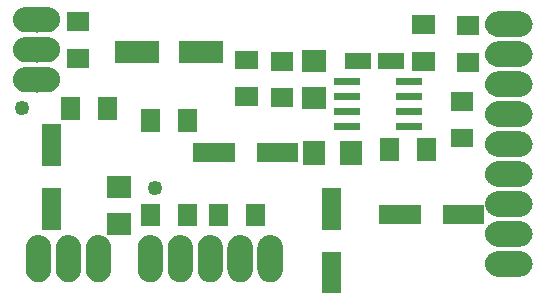
<source format=gts>
G04 MADE WITH FRITZING*
G04 WWW.FRITZING.ORG*
G04 DOUBLE SIDED*
G04 HOLES PLATED*
G04 CONTOUR ON CENTER OF CONTOUR VECTOR*
%ASAXBY*%
%FSLAX23Y23*%
%MOIN*%
%OFA0B0*%
%SFA1.0B1.0*%
%ADD10C,0.084000*%
%ADD11C,0.049370*%
%ADD12R,0.084803X0.072992*%
%ADD13R,0.072992X0.084803*%
%ADD14R,0.147795X0.072992*%
%ADD15R,0.088740X0.057244*%
%ADD16C,0.010000*%
%ADD17R,0.001000X0.001000*%
%LNMASK1*%
G90*
G70*
G54D10*
X334Y194D03*
X234Y194D03*
X134Y194D03*
X1702Y976D03*
X1702Y876D03*
X1702Y776D03*
X1702Y676D03*
X1702Y576D03*
X1702Y476D03*
X1702Y376D03*
X1702Y276D03*
X1702Y176D03*
X507Y194D03*
X607Y194D03*
X707Y194D03*
X807Y194D03*
X907Y194D03*
X128Y991D03*
X128Y891D03*
X128Y791D03*
G54D11*
X521Y430D03*
X78Y696D03*
G54D12*
X1053Y853D03*
X1053Y731D03*
G54D13*
X1053Y548D03*
X1175Y548D03*
G54D14*
X675Y883D03*
X462Y883D03*
G54D15*
X1199Y853D03*
X1309Y853D03*
G54D12*
X403Y312D03*
X403Y434D03*
G54D16*
G36*
X598Y619D02*
X598Y694D01*
X661Y694D01*
X661Y619D01*
X598Y619D01*
G37*
D02*
G36*
X476Y619D02*
X476Y694D01*
X539Y694D01*
X539Y619D01*
X476Y619D01*
G37*
D02*
G36*
X982Y822D02*
X907Y822D01*
X907Y885D01*
X982Y885D01*
X982Y822D01*
G37*
D02*
G36*
X982Y700D02*
X907Y700D01*
X907Y763D01*
X982Y763D01*
X982Y700D01*
G37*
D02*
G36*
X1380Y885D02*
X1454Y885D01*
X1454Y822D01*
X1380Y822D01*
X1380Y885D01*
G37*
D02*
G36*
X1380Y1007D02*
X1454Y1007D01*
X1454Y944D01*
X1380Y944D01*
X1380Y1007D01*
G37*
D02*
G36*
X789Y767D02*
X864Y767D01*
X864Y704D01*
X789Y704D01*
X789Y767D01*
G37*
D02*
G36*
X789Y889D02*
X864Y889D01*
X864Y826D01*
X789Y826D01*
X789Y889D01*
G37*
D02*
G36*
X1602Y940D02*
X1527Y940D01*
X1527Y1003D01*
X1602Y1003D01*
X1602Y940D01*
G37*
D02*
G36*
X1602Y818D02*
X1527Y818D01*
X1527Y881D01*
X1602Y881D01*
X1602Y818D01*
G37*
D02*
G36*
X332Y659D02*
X332Y733D01*
X395Y733D01*
X395Y659D01*
X332Y659D01*
G37*
D02*
G36*
X210Y659D02*
X210Y733D01*
X273Y733D01*
X273Y659D01*
X210Y659D01*
G37*
D02*
G36*
X228Y895D02*
X303Y895D01*
X303Y832D01*
X228Y832D01*
X228Y895D01*
G37*
D02*
G36*
X228Y1017D02*
X303Y1017D01*
X303Y954D01*
X228Y954D01*
X228Y1017D01*
G37*
D02*
G36*
X1508Y629D02*
X1582Y629D01*
X1582Y566D01*
X1508Y566D01*
X1508Y629D01*
G37*
D02*
G36*
X1508Y751D02*
X1582Y751D01*
X1582Y688D01*
X1508Y688D01*
X1508Y751D01*
G37*
D02*
G36*
X1324Y697D02*
X1411Y697D01*
X1411Y673D01*
X1324Y673D01*
X1324Y697D01*
G37*
D02*
G36*
X1118Y647D02*
X1205Y647D01*
X1205Y623D01*
X1118Y623D01*
X1118Y647D01*
G37*
D02*
G36*
X1118Y747D02*
X1205Y747D01*
X1205Y723D01*
X1118Y723D01*
X1118Y747D01*
G37*
D02*
G36*
X1324Y747D02*
X1411Y747D01*
X1411Y723D01*
X1324Y723D01*
X1324Y747D01*
G37*
D02*
G36*
X1118Y697D02*
X1205Y697D01*
X1205Y673D01*
X1118Y673D01*
X1118Y697D01*
G37*
D02*
G36*
X1324Y797D02*
X1411Y797D01*
X1411Y773D01*
X1324Y773D01*
X1324Y797D01*
G37*
D02*
G36*
X1118Y797D02*
X1205Y797D01*
X1205Y773D01*
X1118Y773D01*
X1118Y797D01*
G37*
D02*
G36*
X1324Y647D02*
X1411Y647D01*
X1411Y623D01*
X1324Y623D01*
X1324Y647D01*
G37*
D02*
G36*
X1080Y218D02*
X1143Y218D01*
X1143Y80D01*
X1080Y80D01*
X1080Y218D01*
G37*
D02*
G36*
X1080Y430D02*
X1143Y430D01*
X1143Y292D01*
X1080Y292D01*
X1080Y430D01*
G37*
D02*
G36*
X862Y517D02*
X862Y580D01*
X1000Y580D01*
X1000Y517D01*
X862Y517D01*
G37*
D02*
G36*
X649Y517D02*
X649Y580D01*
X787Y580D01*
X787Y517D01*
X649Y517D01*
G37*
D02*
G36*
X1482Y310D02*
X1482Y373D01*
X1620Y373D01*
X1620Y310D01*
X1482Y310D01*
G37*
D02*
G36*
X1269Y310D02*
X1269Y373D01*
X1407Y373D01*
X1407Y310D01*
X1269Y310D01*
G37*
D02*
G36*
X1395Y521D02*
X1395Y596D01*
X1458Y596D01*
X1458Y521D01*
X1395Y521D01*
G37*
D02*
G36*
X1273Y521D02*
X1273Y596D01*
X1336Y596D01*
X1336Y521D01*
X1273Y521D01*
G37*
D02*
G36*
X208Y505D02*
X145Y505D01*
X145Y643D01*
X208Y643D01*
X208Y505D01*
G37*
D02*
G36*
X208Y292D02*
X145Y292D01*
X145Y430D01*
X208Y430D01*
X208Y292D01*
G37*
D02*
G36*
X825Y304D02*
X825Y379D01*
X888Y379D01*
X888Y304D01*
X825Y304D01*
G37*
D02*
G36*
X702Y304D02*
X702Y379D01*
X765Y379D01*
X765Y304D01*
X702Y304D01*
G37*
D02*
G36*
X598Y304D02*
X598Y379D01*
X661Y379D01*
X661Y304D01*
X598Y304D01*
G37*
D02*
G36*
X476Y304D02*
X476Y379D01*
X539Y379D01*
X539Y304D01*
X476Y304D01*
G37*
D02*
G54D17*
X90Y1034D02*
X164Y1034D01*
X82Y1033D02*
X172Y1033D01*
X78Y1032D02*
X176Y1032D01*
X76Y1031D02*
X179Y1031D01*
X73Y1030D02*
X181Y1030D01*
X71Y1029D02*
X183Y1029D01*
X70Y1028D02*
X185Y1028D01*
X68Y1027D02*
X186Y1027D01*
X67Y1026D02*
X188Y1026D01*
X65Y1025D02*
X189Y1025D01*
X64Y1024D02*
X190Y1024D01*
X63Y1023D02*
X191Y1023D01*
X62Y1022D02*
X192Y1022D01*
X61Y1021D02*
X193Y1021D01*
X60Y1020D02*
X194Y1020D01*
X59Y1019D02*
X195Y1019D01*
X1663Y1019D02*
X1740Y1019D01*
X58Y1018D02*
X196Y1018D01*
X1656Y1018D02*
X1747Y1018D01*
X57Y1017D02*
X197Y1017D01*
X1652Y1017D02*
X1750Y1017D01*
X57Y1016D02*
X198Y1016D01*
X1650Y1016D02*
X1753Y1016D01*
X56Y1015D02*
X198Y1015D01*
X1647Y1015D02*
X1755Y1015D01*
X55Y1014D02*
X199Y1014D01*
X1645Y1014D02*
X1757Y1014D01*
X55Y1013D02*
X200Y1013D01*
X1644Y1013D02*
X1759Y1013D01*
X54Y1012D02*
X200Y1012D01*
X1642Y1012D02*
X1760Y1012D01*
X53Y1011D02*
X201Y1011D01*
X1641Y1011D02*
X1762Y1011D01*
X53Y1010D02*
X201Y1010D01*
X1639Y1010D02*
X1763Y1010D01*
X52Y1009D02*
X126Y1009D01*
X128Y1009D02*
X202Y1009D01*
X1638Y1009D02*
X1764Y1009D01*
X52Y1008D02*
X120Y1008D01*
X134Y1008D02*
X202Y1008D01*
X1637Y1008D02*
X1766Y1008D01*
X52Y1007D02*
X118Y1007D01*
X136Y1007D02*
X203Y1007D01*
X1636Y1007D02*
X1767Y1007D01*
X51Y1006D02*
X116Y1006D01*
X138Y1006D02*
X203Y1006D01*
X1635Y1006D02*
X1768Y1006D01*
X51Y1005D02*
X115Y1005D01*
X139Y1005D02*
X203Y1005D01*
X1634Y1005D02*
X1769Y1005D01*
X51Y1004D02*
X114Y1004D01*
X140Y1004D02*
X204Y1004D01*
X1633Y1004D02*
X1769Y1004D01*
X50Y1003D02*
X113Y1003D01*
X141Y1003D02*
X204Y1003D01*
X1632Y1003D02*
X1770Y1003D01*
X50Y1002D02*
X112Y1002D01*
X142Y1002D02*
X204Y1002D01*
X1631Y1002D02*
X1771Y1002D01*
X50Y1001D02*
X112Y1001D01*
X142Y1001D02*
X205Y1001D01*
X1631Y1001D02*
X1772Y1001D01*
X49Y1000D02*
X111Y1000D01*
X143Y1000D02*
X205Y1000D01*
X1630Y1000D02*
X1773Y1000D01*
X49Y999D02*
X111Y999D01*
X143Y999D02*
X205Y999D01*
X1629Y999D02*
X1773Y999D01*
X49Y998D02*
X111Y998D01*
X144Y998D02*
X205Y998D01*
X1629Y998D02*
X1774Y998D01*
X49Y997D02*
X110Y997D01*
X144Y997D02*
X205Y997D01*
X1628Y997D02*
X1774Y997D01*
X49Y996D02*
X110Y996D01*
X144Y996D02*
X205Y996D01*
X1628Y996D02*
X1775Y996D01*
X49Y995D02*
X110Y995D01*
X144Y995D02*
X205Y995D01*
X1627Y995D02*
X1775Y995D01*
X49Y994D02*
X110Y994D01*
X145Y994D02*
X205Y994D01*
X1627Y994D02*
X1699Y994D01*
X1704Y994D02*
X1776Y994D01*
X49Y993D02*
X110Y993D01*
X145Y993D02*
X206Y993D01*
X1626Y993D02*
X1694Y993D01*
X1708Y993D02*
X1776Y993D01*
X49Y992D02*
X110Y992D01*
X145Y992D02*
X206Y992D01*
X1626Y992D02*
X1692Y992D01*
X1710Y992D02*
X1777Y992D01*
X49Y991D02*
X110Y991D01*
X145Y991D02*
X206Y991D01*
X1625Y991D02*
X1690Y991D01*
X1712Y991D02*
X1777Y991D01*
X49Y990D02*
X110Y990D01*
X145Y990D02*
X205Y990D01*
X1625Y990D02*
X1689Y990D01*
X1713Y990D02*
X1778Y990D01*
X49Y989D02*
X110Y989D01*
X144Y989D02*
X205Y989D01*
X1625Y989D02*
X1688Y989D01*
X1714Y989D02*
X1778Y989D01*
X49Y988D02*
X110Y988D01*
X144Y988D02*
X205Y988D01*
X1624Y988D02*
X1687Y988D01*
X1715Y988D02*
X1778Y988D01*
X49Y987D02*
X110Y987D01*
X144Y987D02*
X205Y987D01*
X1624Y987D02*
X1687Y987D01*
X1716Y987D02*
X1778Y987D01*
X49Y986D02*
X111Y986D01*
X144Y986D02*
X205Y986D01*
X1624Y986D02*
X1686Y986D01*
X1717Y986D02*
X1779Y986D01*
X49Y985D02*
X111Y985D01*
X143Y985D02*
X205Y985D01*
X1624Y985D02*
X1685Y985D01*
X1717Y985D02*
X1779Y985D01*
X49Y984D02*
X111Y984D01*
X143Y984D02*
X205Y984D01*
X1623Y984D02*
X1685Y984D01*
X1717Y984D02*
X1779Y984D01*
X50Y983D02*
X112Y983D01*
X142Y983D02*
X205Y983D01*
X1623Y983D02*
X1685Y983D01*
X1718Y983D02*
X1779Y983D01*
X50Y982D02*
X113Y982D01*
X142Y982D02*
X204Y982D01*
X1623Y982D02*
X1684Y982D01*
X1718Y982D02*
X1779Y982D01*
X50Y981D02*
X113Y981D01*
X141Y981D02*
X204Y981D01*
X1623Y981D02*
X1684Y981D01*
X1718Y981D02*
X1780Y981D01*
X51Y980D02*
X114Y980D01*
X140Y980D02*
X204Y980D01*
X1623Y980D02*
X1684Y980D01*
X1719Y980D02*
X1780Y980D01*
X51Y979D02*
X115Y979D01*
X139Y979D02*
X203Y979D01*
X1623Y979D02*
X1684Y979D01*
X1719Y979D02*
X1780Y979D01*
X51Y978D02*
X117Y978D01*
X138Y978D02*
X203Y978D01*
X1623Y978D02*
X1684Y978D01*
X1719Y978D02*
X1780Y978D01*
X52Y977D02*
X118Y977D01*
X136Y977D02*
X203Y977D01*
X1623Y977D02*
X1684Y977D01*
X1719Y977D02*
X1780Y977D01*
X52Y976D02*
X121Y976D01*
X134Y976D02*
X202Y976D01*
X1623Y976D02*
X1684Y976D01*
X1719Y976D02*
X1780Y976D01*
X53Y975D02*
X202Y975D01*
X1623Y975D02*
X1684Y975D01*
X1719Y975D02*
X1780Y975D01*
X53Y974D02*
X201Y974D01*
X1623Y974D02*
X1684Y974D01*
X1719Y974D02*
X1780Y974D01*
X54Y973D02*
X201Y973D01*
X1623Y973D02*
X1684Y973D01*
X1718Y973D02*
X1779Y973D01*
X54Y972D02*
X200Y972D01*
X1623Y972D02*
X1684Y972D01*
X1718Y972D02*
X1779Y972D01*
X55Y971D02*
X200Y971D01*
X1623Y971D02*
X1685Y971D01*
X1718Y971D02*
X1779Y971D01*
X55Y970D02*
X199Y970D01*
X1623Y970D02*
X1685Y970D01*
X1717Y970D02*
X1779Y970D01*
X56Y969D02*
X198Y969D01*
X1624Y969D02*
X1686Y969D01*
X1717Y969D02*
X1779Y969D01*
X57Y968D02*
X198Y968D01*
X1624Y968D02*
X1686Y968D01*
X1716Y968D02*
X1779Y968D01*
X57Y967D02*
X197Y967D01*
X1624Y967D02*
X1687Y967D01*
X1716Y967D02*
X1778Y967D01*
X58Y966D02*
X196Y966D01*
X1624Y966D02*
X1687Y966D01*
X1715Y966D02*
X1778Y966D01*
X59Y965D02*
X195Y965D01*
X1625Y965D02*
X1688Y965D01*
X1714Y965D02*
X1778Y965D01*
X60Y964D02*
X194Y964D01*
X1625Y964D02*
X1689Y964D01*
X1713Y964D02*
X1777Y964D01*
X61Y963D02*
X193Y963D01*
X1625Y963D02*
X1691Y963D01*
X1712Y963D02*
X1777Y963D01*
X62Y962D02*
X192Y962D01*
X1626Y962D02*
X1692Y962D01*
X1710Y962D02*
X1777Y962D01*
X63Y961D02*
X191Y961D01*
X1626Y961D02*
X1695Y961D01*
X1708Y961D02*
X1776Y961D01*
X64Y960D02*
X190Y960D01*
X1627Y960D02*
X1776Y960D01*
X65Y959D02*
X189Y959D01*
X1627Y959D02*
X1775Y959D01*
X67Y958D02*
X188Y958D01*
X1628Y958D02*
X1775Y958D01*
X68Y957D02*
X186Y957D01*
X1628Y957D02*
X1774Y957D01*
X70Y956D02*
X184Y956D01*
X1629Y956D02*
X1774Y956D01*
X71Y955D02*
X183Y955D01*
X1629Y955D02*
X1773Y955D01*
X73Y954D02*
X181Y954D01*
X1630Y954D02*
X1772Y954D01*
X76Y953D02*
X178Y953D01*
X1631Y953D02*
X1772Y953D01*
X78Y952D02*
X176Y952D01*
X1632Y952D02*
X1771Y952D01*
X82Y951D02*
X172Y951D01*
X1632Y951D02*
X1770Y951D01*
X1633Y950D02*
X1769Y950D01*
X1634Y949D02*
X1768Y949D01*
X1635Y948D02*
X1767Y948D01*
X1636Y947D02*
X1766Y947D01*
X1637Y946D02*
X1765Y946D01*
X1638Y945D02*
X1764Y945D01*
X1640Y944D02*
X1763Y944D01*
X1641Y943D02*
X1762Y943D01*
X1642Y942D02*
X1760Y942D01*
X1644Y941D02*
X1759Y941D01*
X1646Y940D02*
X1757Y940D01*
X1648Y939D02*
X1755Y939D01*
X1650Y938D02*
X1753Y938D01*
X1653Y937D02*
X1750Y937D01*
X1656Y936D02*
X1746Y936D01*
X89Y934D02*
X165Y934D01*
X82Y933D02*
X173Y933D01*
X78Y932D02*
X176Y932D01*
X75Y931D02*
X179Y931D01*
X73Y930D02*
X181Y930D01*
X71Y929D02*
X183Y929D01*
X69Y928D02*
X185Y928D01*
X68Y927D02*
X186Y927D01*
X66Y926D02*
X188Y926D01*
X65Y925D02*
X189Y925D01*
X64Y924D02*
X190Y924D01*
X63Y923D02*
X191Y923D01*
X62Y922D02*
X193Y922D01*
X61Y921D02*
X194Y921D01*
X60Y920D02*
X194Y920D01*
X59Y919D02*
X195Y919D01*
X1662Y919D02*
X1741Y919D01*
X58Y918D02*
X196Y918D01*
X1655Y918D02*
X1747Y918D01*
X57Y917D02*
X197Y917D01*
X1652Y917D02*
X1751Y917D01*
X57Y916D02*
X198Y916D01*
X1649Y916D02*
X1753Y916D01*
X56Y915D02*
X198Y915D01*
X1647Y915D02*
X1755Y915D01*
X55Y914D02*
X199Y914D01*
X1645Y914D02*
X1757Y914D01*
X55Y913D02*
X200Y913D01*
X1643Y913D02*
X1759Y913D01*
X54Y912D02*
X200Y912D01*
X1642Y912D02*
X1761Y912D01*
X53Y911D02*
X201Y911D01*
X1641Y911D02*
X1762Y911D01*
X53Y910D02*
X201Y910D01*
X1639Y910D02*
X1763Y910D01*
X52Y909D02*
X125Y909D01*
X129Y909D02*
X202Y909D01*
X1638Y909D02*
X1765Y909D01*
X52Y908D02*
X120Y908D01*
X134Y908D02*
X202Y908D01*
X1637Y908D02*
X1766Y908D01*
X52Y907D02*
X118Y907D01*
X136Y907D02*
X203Y907D01*
X1636Y907D02*
X1767Y907D01*
X51Y906D02*
X116Y906D01*
X138Y906D02*
X203Y906D01*
X1635Y906D02*
X1768Y906D01*
X51Y905D02*
X115Y905D01*
X139Y905D02*
X203Y905D01*
X1634Y905D02*
X1769Y905D01*
X50Y904D02*
X114Y904D01*
X140Y904D02*
X204Y904D01*
X1633Y904D02*
X1770Y904D01*
X50Y903D02*
X113Y903D01*
X141Y903D02*
X204Y903D01*
X1632Y903D02*
X1770Y903D01*
X50Y902D02*
X112Y902D01*
X142Y902D02*
X204Y902D01*
X1631Y902D02*
X1771Y902D01*
X50Y901D02*
X112Y901D01*
X142Y901D02*
X205Y901D01*
X1631Y901D02*
X1772Y901D01*
X49Y900D02*
X111Y900D01*
X143Y900D02*
X205Y900D01*
X1630Y900D02*
X1773Y900D01*
X49Y899D02*
X111Y899D01*
X143Y899D02*
X205Y899D01*
X1629Y899D02*
X1773Y899D01*
X49Y898D02*
X111Y898D01*
X144Y898D02*
X205Y898D01*
X1629Y898D02*
X1774Y898D01*
X49Y897D02*
X110Y897D01*
X144Y897D02*
X205Y897D01*
X1628Y897D02*
X1774Y897D01*
X49Y896D02*
X110Y896D01*
X144Y896D02*
X205Y896D01*
X1628Y896D02*
X1775Y896D01*
X49Y895D02*
X110Y895D01*
X144Y895D02*
X205Y895D01*
X1627Y895D02*
X1775Y895D01*
X49Y894D02*
X110Y894D01*
X145Y894D02*
X205Y894D01*
X1627Y894D02*
X1698Y894D01*
X1704Y894D02*
X1776Y894D01*
X49Y893D02*
X110Y893D01*
X145Y893D02*
X206Y893D01*
X1626Y893D02*
X1694Y893D01*
X1708Y893D02*
X1776Y893D01*
X49Y892D02*
X110Y892D01*
X145Y892D02*
X206Y892D01*
X1626Y892D02*
X1692Y892D01*
X1711Y892D02*
X1777Y892D01*
X49Y891D02*
X110Y891D01*
X145Y891D02*
X206Y891D01*
X1625Y891D02*
X1690Y891D01*
X1712Y891D02*
X1777Y891D01*
X49Y890D02*
X110Y890D01*
X144Y890D02*
X205Y890D01*
X1625Y890D02*
X1689Y890D01*
X1713Y890D02*
X1778Y890D01*
X49Y889D02*
X110Y889D01*
X144Y889D02*
X205Y889D01*
X1625Y889D02*
X1688Y889D01*
X1714Y889D02*
X1778Y889D01*
X49Y888D02*
X110Y888D01*
X144Y888D02*
X205Y888D01*
X1624Y888D02*
X1687Y888D01*
X1715Y888D02*
X1778Y888D01*
X49Y887D02*
X110Y887D01*
X144Y887D02*
X205Y887D01*
X1624Y887D02*
X1687Y887D01*
X1716Y887D02*
X1778Y887D01*
X49Y886D02*
X111Y886D01*
X144Y886D02*
X205Y886D01*
X1624Y886D02*
X1686Y886D01*
X1717Y886D02*
X1779Y886D01*
X49Y885D02*
X111Y885D01*
X143Y885D02*
X205Y885D01*
X1624Y885D02*
X1685Y885D01*
X1717Y885D02*
X1779Y885D01*
X50Y884D02*
X111Y884D01*
X143Y884D02*
X205Y884D01*
X1623Y884D02*
X1685Y884D01*
X1718Y884D02*
X1779Y884D01*
X50Y883D02*
X112Y883D01*
X142Y883D02*
X204Y883D01*
X1623Y883D02*
X1685Y883D01*
X1718Y883D02*
X1779Y883D01*
X50Y882D02*
X113Y882D01*
X142Y882D02*
X204Y882D01*
X1623Y882D02*
X1684Y882D01*
X1718Y882D02*
X1779Y882D01*
X50Y881D02*
X113Y881D01*
X141Y881D02*
X204Y881D01*
X1623Y881D02*
X1684Y881D01*
X1718Y881D02*
X1780Y881D01*
X51Y880D02*
X114Y880D01*
X140Y880D02*
X204Y880D01*
X1623Y880D02*
X1684Y880D01*
X1719Y880D02*
X1780Y880D01*
X51Y879D02*
X115Y879D01*
X139Y879D02*
X203Y879D01*
X1623Y879D02*
X1684Y879D01*
X1719Y879D02*
X1780Y879D01*
X51Y878D02*
X117Y878D01*
X138Y878D02*
X203Y878D01*
X1623Y878D02*
X1684Y878D01*
X1719Y878D02*
X1780Y878D01*
X52Y877D02*
X118Y877D01*
X136Y877D02*
X203Y877D01*
X1623Y877D02*
X1684Y877D01*
X1719Y877D02*
X1780Y877D01*
X52Y876D02*
X121Y876D01*
X133Y876D02*
X202Y876D01*
X1623Y876D02*
X1684Y876D01*
X1719Y876D02*
X1780Y876D01*
X53Y875D02*
X202Y875D01*
X1623Y875D02*
X1684Y875D01*
X1719Y875D02*
X1780Y875D01*
X53Y874D02*
X201Y874D01*
X1623Y874D02*
X1684Y874D01*
X1718Y874D02*
X1780Y874D01*
X54Y873D02*
X201Y873D01*
X1623Y873D02*
X1684Y873D01*
X1718Y873D02*
X1779Y873D01*
X54Y872D02*
X200Y872D01*
X1623Y872D02*
X1684Y872D01*
X1718Y872D02*
X1779Y872D01*
X55Y871D02*
X200Y871D01*
X1623Y871D02*
X1685Y871D01*
X1718Y871D02*
X1779Y871D01*
X55Y870D02*
X199Y870D01*
X1623Y870D02*
X1685Y870D01*
X1717Y870D02*
X1779Y870D01*
X56Y869D02*
X198Y869D01*
X1624Y869D02*
X1686Y869D01*
X1717Y869D02*
X1779Y869D01*
X57Y868D02*
X198Y868D01*
X1624Y868D02*
X1686Y868D01*
X1716Y868D02*
X1779Y868D01*
X57Y867D02*
X197Y867D01*
X1624Y867D02*
X1687Y867D01*
X1716Y867D02*
X1778Y867D01*
X58Y866D02*
X196Y866D01*
X1624Y866D02*
X1687Y866D01*
X1715Y866D02*
X1778Y866D01*
X59Y865D02*
X195Y865D01*
X1625Y865D02*
X1688Y865D01*
X1714Y865D02*
X1778Y865D01*
X60Y864D02*
X194Y864D01*
X1625Y864D02*
X1689Y864D01*
X1713Y864D02*
X1777Y864D01*
X61Y863D02*
X193Y863D01*
X1625Y863D02*
X1691Y863D01*
X1712Y863D02*
X1777Y863D01*
X62Y862D02*
X192Y862D01*
X1626Y862D02*
X1693Y862D01*
X1710Y862D02*
X1777Y862D01*
X63Y861D02*
X191Y861D01*
X1626Y861D02*
X1695Y861D01*
X1707Y861D02*
X1776Y861D01*
X64Y860D02*
X190Y860D01*
X1627Y860D02*
X1776Y860D01*
X65Y859D02*
X189Y859D01*
X1627Y859D02*
X1775Y859D01*
X67Y858D02*
X187Y858D01*
X1628Y858D02*
X1775Y858D01*
X68Y857D02*
X186Y857D01*
X1628Y857D02*
X1774Y857D01*
X70Y856D02*
X184Y856D01*
X1629Y856D02*
X1774Y856D01*
X72Y855D02*
X183Y855D01*
X1629Y855D02*
X1773Y855D01*
X74Y854D02*
X181Y854D01*
X1630Y854D02*
X1772Y854D01*
X76Y853D02*
X178Y853D01*
X1631Y853D02*
X1772Y853D01*
X79Y852D02*
X176Y852D01*
X1632Y852D02*
X1771Y852D01*
X83Y851D02*
X172Y851D01*
X1632Y851D02*
X1770Y851D01*
X1633Y850D02*
X1769Y850D01*
X1634Y849D02*
X1768Y849D01*
X1635Y848D02*
X1767Y848D01*
X1636Y847D02*
X1766Y847D01*
X1637Y846D02*
X1765Y846D01*
X1638Y845D02*
X1764Y845D01*
X1640Y844D02*
X1763Y844D01*
X1641Y843D02*
X1762Y843D01*
X1642Y842D02*
X1760Y842D01*
X1644Y841D02*
X1758Y841D01*
X1646Y840D02*
X1757Y840D01*
X1648Y839D02*
X1755Y839D01*
X1650Y838D02*
X1752Y838D01*
X1653Y837D02*
X1750Y837D01*
X1657Y836D02*
X1746Y836D01*
X88Y834D02*
X166Y834D01*
X81Y833D02*
X173Y833D01*
X78Y832D02*
X176Y832D01*
X75Y831D02*
X179Y831D01*
X73Y830D02*
X181Y830D01*
X71Y829D02*
X183Y829D01*
X69Y828D02*
X185Y828D01*
X68Y827D02*
X186Y827D01*
X66Y826D02*
X188Y826D01*
X65Y825D02*
X189Y825D01*
X64Y824D02*
X190Y824D01*
X63Y823D02*
X191Y823D01*
X62Y822D02*
X193Y822D01*
X61Y821D02*
X194Y821D01*
X60Y820D02*
X194Y820D01*
X59Y819D02*
X195Y819D01*
X1661Y819D02*
X1742Y819D01*
X58Y818D02*
X196Y818D01*
X1655Y818D02*
X1747Y818D01*
X57Y817D02*
X197Y817D01*
X1652Y817D02*
X1751Y817D01*
X56Y816D02*
X198Y816D01*
X1649Y816D02*
X1753Y816D01*
X56Y815D02*
X198Y815D01*
X1647Y815D02*
X1756Y815D01*
X55Y814D02*
X199Y814D01*
X1645Y814D02*
X1757Y814D01*
X55Y813D02*
X200Y813D01*
X1643Y813D02*
X1759Y813D01*
X54Y812D02*
X200Y812D01*
X1642Y812D02*
X1761Y812D01*
X53Y811D02*
X201Y811D01*
X1640Y811D02*
X1762Y811D01*
X53Y810D02*
X201Y810D01*
X1639Y810D02*
X1763Y810D01*
X52Y809D02*
X124Y809D01*
X130Y809D02*
X202Y809D01*
X1638Y809D02*
X1765Y809D01*
X52Y808D02*
X120Y808D01*
X134Y808D02*
X202Y808D01*
X1637Y808D02*
X1766Y808D01*
X52Y807D02*
X118Y807D01*
X136Y807D02*
X203Y807D01*
X1636Y807D02*
X1767Y807D01*
X51Y806D02*
X116Y806D01*
X138Y806D02*
X203Y806D01*
X1635Y806D02*
X1768Y806D01*
X51Y805D02*
X115Y805D01*
X139Y805D02*
X203Y805D01*
X1634Y805D02*
X1769Y805D01*
X50Y804D02*
X114Y804D01*
X140Y804D02*
X204Y804D01*
X1633Y804D02*
X1770Y804D01*
X50Y803D02*
X113Y803D01*
X141Y803D02*
X204Y803D01*
X1632Y803D02*
X1770Y803D01*
X50Y802D02*
X112Y802D01*
X142Y802D02*
X204Y802D01*
X1631Y802D02*
X1771Y802D01*
X50Y801D02*
X112Y801D01*
X142Y801D02*
X205Y801D01*
X1631Y801D02*
X1772Y801D01*
X49Y800D02*
X111Y800D01*
X143Y800D02*
X205Y800D01*
X1630Y800D02*
X1773Y800D01*
X49Y799D02*
X111Y799D01*
X143Y799D02*
X205Y799D01*
X1629Y799D02*
X1773Y799D01*
X49Y798D02*
X110Y798D01*
X144Y798D02*
X205Y798D01*
X1629Y798D02*
X1774Y798D01*
X49Y797D02*
X110Y797D01*
X144Y797D02*
X205Y797D01*
X1628Y797D02*
X1774Y797D01*
X49Y796D02*
X110Y796D01*
X144Y796D02*
X205Y796D01*
X1628Y796D02*
X1775Y796D01*
X49Y795D02*
X110Y795D01*
X144Y795D02*
X205Y795D01*
X1627Y795D02*
X1776Y795D01*
X49Y794D02*
X110Y794D01*
X145Y794D02*
X205Y794D01*
X1627Y794D02*
X1698Y794D01*
X1705Y794D02*
X1776Y794D01*
X49Y793D02*
X110Y793D01*
X145Y793D02*
X206Y793D01*
X1626Y793D02*
X1694Y793D01*
X1709Y793D02*
X1776Y793D01*
X49Y792D02*
X110Y792D01*
X145Y792D02*
X206Y792D01*
X1626Y792D02*
X1692Y792D01*
X1711Y792D02*
X1777Y792D01*
X49Y791D02*
X110Y791D01*
X145Y791D02*
X206Y791D01*
X1625Y791D02*
X1690Y791D01*
X1712Y791D02*
X1777Y791D01*
X49Y790D02*
X110Y790D01*
X145Y790D02*
X206Y790D01*
X1625Y790D02*
X1689Y790D01*
X1713Y790D02*
X1778Y790D01*
X49Y789D02*
X110Y789D01*
X144Y789D02*
X205Y789D01*
X1625Y789D02*
X1688Y789D01*
X1714Y789D02*
X1778Y789D01*
X49Y788D02*
X110Y788D01*
X144Y788D02*
X205Y788D01*
X1624Y788D02*
X1687Y788D01*
X1715Y788D02*
X1778Y788D01*
X49Y787D02*
X110Y787D01*
X144Y787D02*
X205Y787D01*
X1624Y787D02*
X1686Y787D01*
X1716Y787D02*
X1778Y787D01*
X49Y786D02*
X111Y786D01*
X144Y786D02*
X205Y786D01*
X1624Y786D02*
X1686Y786D01*
X1717Y786D02*
X1779Y786D01*
X49Y785D02*
X111Y785D01*
X143Y785D02*
X205Y785D01*
X1624Y785D02*
X1685Y785D01*
X1717Y785D02*
X1779Y785D01*
X50Y784D02*
X111Y784D01*
X143Y784D02*
X205Y784D01*
X1623Y784D02*
X1685Y784D01*
X1718Y784D02*
X1779Y784D01*
X50Y783D02*
X112Y783D01*
X142Y783D02*
X204Y783D01*
X1623Y783D02*
X1685Y783D01*
X1718Y783D02*
X1779Y783D01*
X50Y782D02*
X113Y782D01*
X142Y782D02*
X204Y782D01*
X1623Y782D02*
X1684Y782D01*
X1718Y782D02*
X1779Y782D01*
X50Y781D02*
X113Y781D01*
X141Y781D02*
X204Y781D01*
X1623Y781D02*
X1684Y781D01*
X1718Y781D02*
X1780Y781D01*
X51Y780D02*
X114Y780D01*
X140Y780D02*
X204Y780D01*
X1623Y780D02*
X1684Y780D01*
X1719Y780D02*
X1780Y780D01*
X51Y779D02*
X115Y779D01*
X139Y779D02*
X203Y779D01*
X1623Y779D02*
X1684Y779D01*
X1719Y779D02*
X1780Y779D01*
X51Y778D02*
X117Y778D01*
X138Y778D02*
X203Y778D01*
X1623Y778D02*
X1684Y778D01*
X1719Y778D02*
X1780Y778D01*
X52Y777D02*
X118Y777D01*
X136Y777D02*
X203Y777D01*
X1623Y777D02*
X1684Y777D01*
X1719Y777D02*
X1780Y777D01*
X52Y776D02*
X121Y776D01*
X133Y776D02*
X202Y776D01*
X1623Y776D02*
X1684Y776D01*
X1719Y776D02*
X1780Y776D01*
X53Y775D02*
X202Y775D01*
X1623Y775D02*
X1684Y775D01*
X1719Y775D02*
X1780Y775D01*
X53Y774D02*
X201Y774D01*
X1623Y774D02*
X1684Y774D01*
X1718Y774D02*
X1780Y774D01*
X54Y773D02*
X201Y773D01*
X1623Y773D02*
X1684Y773D01*
X1718Y773D02*
X1779Y773D01*
X54Y772D02*
X200Y772D01*
X1623Y772D02*
X1684Y772D01*
X1718Y772D02*
X1779Y772D01*
X55Y771D02*
X200Y771D01*
X1623Y771D02*
X1685Y771D01*
X1718Y771D02*
X1779Y771D01*
X55Y770D02*
X199Y770D01*
X1623Y770D02*
X1685Y770D01*
X1717Y770D02*
X1779Y770D01*
X56Y769D02*
X198Y769D01*
X1624Y769D02*
X1686Y769D01*
X1717Y769D02*
X1779Y769D01*
X57Y768D02*
X197Y768D01*
X1624Y768D02*
X1686Y768D01*
X1716Y768D02*
X1779Y768D01*
X57Y767D02*
X197Y767D01*
X1624Y767D02*
X1687Y767D01*
X1716Y767D02*
X1778Y767D01*
X58Y766D02*
X196Y766D01*
X1624Y766D02*
X1688Y766D01*
X1715Y766D02*
X1778Y766D01*
X59Y765D02*
X195Y765D01*
X1625Y765D02*
X1688Y765D01*
X1714Y765D02*
X1778Y765D01*
X60Y764D02*
X194Y764D01*
X1625Y764D02*
X1690Y764D01*
X1713Y764D02*
X1777Y764D01*
X61Y763D02*
X193Y763D01*
X1625Y763D02*
X1691Y763D01*
X1712Y763D02*
X1777Y763D01*
X62Y762D02*
X192Y762D01*
X1626Y762D02*
X1693Y762D01*
X1710Y762D02*
X1777Y762D01*
X63Y761D02*
X191Y761D01*
X1626Y761D02*
X1695Y761D01*
X1707Y761D02*
X1776Y761D01*
X64Y760D02*
X190Y760D01*
X1627Y760D02*
X1776Y760D01*
X65Y759D02*
X189Y759D01*
X1627Y759D02*
X1775Y759D01*
X67Y758D02*
X187Y758D01*
X1628Y758D02*
X1775Y758D01*
X68Y757D02*
X186Y757D01*
X1628Y757D02*
X1774Y757D01*
X70Y756D02*
X184Y756D01*
X1629Y756D02*
X1774Y756D01*
X72Y755D02*
X183Y755D01*
X1630Y755D02*
X1773Y755D01*
X74Y754D02*
X181Y754D01*
X1630Y754D02*
X1772Y754D01*
X76Y753D02*
X178Y753D01*
X1631Y753D02*
X1772Y753D01*
X79Y752D02*
X175Y752D01*
X1632Y752D02*
X1771Y752D01*
X83Y751D02*
X171Y751D01*
X1632Y751D02*
X1770Y751D01*
X1633Y750D02*
X1769Y750D01*
X1634Y749D02*
X1768Y749D01*
X1635Y748D02*
X1767Y748D01*
X1636Y747D02*
X1766Y747D01*
X1637Y746D02*
X1765Y746D01*
X1638Y745D02*
X1764Y745D01*
X1640Y744D02*
X1763Y744D01*
X1641Y743D02*
X1761Y743D01*
X1643Y742D02*
X1760Y742D01*
X1644Y741D02*
X1758Y741D01*
X1646Y740D02*
X1757Y740D01*
X1648Y739D02*
X1755Y739D01*
X1650Y738D02*
X1752Y738D01*
X1653Y737D02*
X1749Y737D01*
X1657Y736D02*
X1745Y736D01*
X1660Y719D02*
X1742Y719D01*
X1655Y718D02*
X1748Y718D01*
X1652Y717D02*
X1751Y717D01*
X1649Y716D02*
X1753Y716D01*
X1647Y715D02*
X1756Y715D01*
X1645Y714D02*
X1758Y714D01*
X1643Y713D02*
X1759Y713D01*
X1642Y712D02*
X1761Y712D01*
X1640Y711D02*
X1762Y711D01*
X1639Y710D02*
X1763Y710D01*
X1638Y709D02*
X1765Y709D01*
X1637Y708D02*
X1766Y708D01*
X1636Y707D02*
X1767Y707D01*
X1635Y706D02*
X1768Y706D01*
X1634Y705D02*
X1769Y705D01*
X1633Y704D02*
X1770Y704D01*
X1632Y703D02*
X1770Y703D01*
X1631Y702D02*
X1771Y702D01*
X1631Y701D02*
X1772Y701D01*
X1630Y700D02*
X1773Y700D01*
X1629Y699D02*
X1773Y699D01*
X1629Y698D02*
X1774Y698D01*
X1628Y697D02*
X1774Y697D01*
X1627Y696D02*
X1775Y696D01*
X1627Y695D02*
X1776Y695D01*
X1626Y694D02*
X1697Y694D01*
X1705Y694D02*
X1776Y694D01*
X1626Y693D02*
X1694Y693D01*
X1709Y693D02*
X1776Y693D01*
X1626Y692D02*
X1692Y692D01*
X1711Y692D02*
X1777Y692D01*
X1625Y691D02*
X1690Y691D01*
X1712Y691D02*
X1777Y691D01*
X1625Y690D02*
X1689Y690D01*
X1714Y690D02*
X1778Y690D01*
X1625Y689D02*
X1688Y689D01*
X1715Y689D02*
X1778Y689D01*
X1624Y688D02*
X1687Y688D01*
X1715Y688D02*
X1778Y688D01*
X1624Y687D02*
X1686Y687D01*
X1716Y687D02*
X1778Y687D01*
X1624Y686D02*
X1686Y686D01*
X1717Y686D02*
X1779Y686D01*
X1624Y685D02*
X1685Y685D01*
X1717Y685D02*
X1779Y685D01*
X1623Y684D02*
X1685Y684D01*
X1718Y684D02*
X1779Y684D01*
X1623Y683D02*
X1685Y683D01*
X1718Y683D02*
X1779Y683D01*
X1623Y682D02*
X1684Y682D01*
X1718Y682D02*
X1779Y682D01*
X1623Y681D02*
X1684Y681D01*
X1718Y681D02*
X1780Y681D01*
X1623Y680D02*
X1684Y680D01*
X1719Y680D02*
X1780Y680D01*
X1623Y679D02*
X1684Y679D01*
X1719Y679D02*
X1780Y679D01*
X1623Y678D02*
X1684Y678D01*
X1719Y678D02*
X1780Y678D01*
X1623Y677D02*
X1684Y677D01*
X1719Y677D02*
X1780Y677D01*
X1623Y676D02*
X1684Y676D01*
X1719Y676D02*
X1780Y676D01*
X1623Y675D02*
X1684Y675D01*
X1719Y675D02*
X1780Y675D01*
X1623Y674D02*
X1684Y674D01*
X1718Y674D02*
X1780Y674D01*
X1623Y673D02*
X1684Y673D01*
X1718Y673D02*
X1779Y673D01*
X1623Y672D02*
X1684Y672D01*
X1718Y672D02*
X1779Y672D01*
X1623Y671D02*
X1685Y671D01*
X1718Y671D02*
X1779Y671D01*
X1623Y670D02*
X1685Y670D01*
X1717Y670D02*
X1779Y670D01*
X1624Y669D02*
X1686Y669D01*
X1717Y669D02*
X1779Y669D01*
X1624Y668D02*
X1686Y668D01*
X1716Y668D02*
X1779Y668D01*
X1624Y667D02*
X1687Y667D01*
X1716Y667D02*
X1778Y667D01*
X1624Y666D02*
X1688Y666D01*
X1715Y666D02*
X1778Y666D01*
X1625Y665D02*
X1689Y665D01*
X1714Y665D02*
X1778Y665D01*
X1625Y664D02*
X1690Y664D01*
X1713Y664D02*
X1777Y664D01*
X1625Y663D02*
X1691Y663D01*
X1711Y663D02*
X1777Y663D01*
X1626Y662D02*
X1693Y662D01*
X1710Y662D02*
X1777Y662D01*
X1626Y661D02*
X1696Y661D01*
X1707Y661D02*
X1776Y661D01*
X1627Y660D02*
X1776Y660D01*
X1627Y659D02*
X1775Y659D01*
X1628Y658D02*
X1775Y658D01*
X1628Y657D02*
X1774Y657D01*
X1629Y656D02*
X1774Y656D01*
X1630Y655D02*
X1773Y655D01*
X1630Y654D02*
X1772Y654D01*
X1631Y653D02*
X1772Y653D01*
X1632Y652D02*
X1771Y652D01*
X1633Y651D02*
X1770Y651D01*
X1633Y650D02*
X1769Y650D01*
X1634Y649D02*
X1768Y649D01*
X1635Y648D02*
X1767Y648D01*
X1636Y647D02*
X1766Y647D01*
X1637Y646D02*
X1765Y646D01*
X1639Y645D02*
X1764Y645D01*
X1640Y644D02*
X1763Y644D01*
X1641Y643D02*
X1761Y643D01*
X1643Y642D02*
X1760Y642D01*
X1644Y641D02*
X1758Y641D01*
X1646Y640D02*
X1756Y640D01*
X1648Y639D02*
X1754Y639D01*
X1650Y638D02*
X1752Y638D01*
X1653Y637D02*
X1749Y637D01*
X1658Y636D02*
X1745Y636D01*
X1660Y619D02*
X1743Y619D01*
X1655Y618D02*
X1748Y618D01*
X1651Y617D02*
X1751Y617D01*
X1649Y616D02*
X1754Y616D01*
X1647Y615D02*
X1756Y615D01*
X1645Y614D02*
X1758Y614D01*
X1643Y613D02*
X1759Y613D01*
X1642Y612D02*
X1761Y612D01*
X1640Y611D02*
X1762Y611D01*
X1639Y610D02*
X1764Y610D01*
X1638Y609D02*
X1765Y609D01*
X1637Y608D02*
X1766Y608D01*
X1636Y607D02*
X1767Y607D01*
X1635Y606D02*
X1768Y606D01*
X1634Y605D02*
X1769Y605D01*
X1633Y604D02*
X1770Y604D01*
X1632Y603D02*
X1771Y603D01*
X1631Y602D02*
X1771Y602D01*
X1630Y601D02*
X1772Y601D01*
X1630Y600D02*
X1773Y600D01*
X1629Y599D02*
X1773Y599D01*
X1629Y598D02*
X1774Y598D01*
X1628Y597D02*
X1775Y597D01*
X1627Y596D02*
X1775Y596D01*
X1627Y595D02*
X1776Y595D01*
X1626Y594D02*
X1697Y594D01*
X1706Y594D02*
X1776Y594D01*
X1626Y593D02*
X1694Y593D01*
X1709Y593D02*
X1776Y593D01*
X1626Y592D02*
X1692Y592D01*
X1711Y592D02*
X1777Y592D01*
X1625Y591D02*
X1690Y591D01*
X1712Y591D02*
X1777Y591D01*
X1625Y590D02*
X1689Y590D01*
X1714Y590D02*
X1778Y590D01*
X1625Y589D02*
X1688Y589D01*
X1715Y589D02*
X1778Y589D01*
X1624Y588D02*
X1687Y588D01*
X1715Y588D02*
X1778Y588D01*
X1624Y587D02*
X1686Y587D01*
X1716Y587D02*
X1779Y587D01*
X1624Y586D02*
X1686Y586D01*
X1717Y586D02*
X1779Y586D01*
X1624Y585D02*
X1685Y585D01*
X1717Y585D02*
X1779Y585D01*
X1623Y584D02*
X1685Y584D01*
X1718Y584D02*
X1779Y584D01*
X1623Y583D02*
X1685Y583D01*
X1718Y583D02*
X1779Y583D01*
X1623Y582D02*
X1684Y582D01*
X1718Y582D02*
X1779Y582D01*
X1623Y581D02*
X1684Y581D01*
X1718Y581D02*
X1780Y581D01*
X1623Y580D02*
X1684Y580D01*
X1719Y580D02*
X1780Y580D01*
X1623Y579D02*
X1684Y579D01*
X1719Y579D02*
X1780Y579D01*
X1623Y578D02*
X1684Y578D01*
X1719Y578D02*
X1780Y578D01*
X1623Y577D02*
X1684Y577D01*
X1719Y577D02*
X1780Y577D01*
X1623Y576D02*
X1684Y576D01*
X1719Y576D02*
X1780Y576D01*
X1623Y575D02*
X1684Y575D01*
X1719Y575D02*
X1780Y575D01*
X1623Y574D02*
X1684Y574D01*
X1718Y574D02*
X1780Y574D01*
X1623Y573D02*
X1684Y573D01*
X1718Y573D02*
X1779Y573D01*
X1623Y572D02*
X1684Y572D01*
X1718Y572D02*
X1779Y572D01*
X1623Y571D02*
X1685Y571D01*
X1718Y571D02*
X1779Y571D01*
X1623Y570D02*
X1685Y570D01*
X1717Y570D02*
X1779Y570D01*
X1624Y569D02*
X1686Y569D01*
X1717Y569D02*
X1779Y569D01*
X1624Y568D02*
X1686Y568D01*
X1716Y568D02*
X1779Y568D01*
X1624Y567D02*
X1687Y567D01*
X1716Y567D02*
X1778Y567D01*
X1624Y566D02*
X1688Y566D01*
X1715Y566D02*
X1778Y566D01*
X1625Y565D02*
X1689Y565D01*
X1714Y565D02*
X1778Y565D01*
X1625Y564D02*
X1690Y564D01*
X1713Y564D02*
X1777Y564D01*
X1625Y563D02*
X1691Y563D01*
X1711Y563D02*
X1777Y563D01*
X1626Y562D02*
X1693Y562D01*
X1710Y562D02*
X1777Y562D01*
X1626Y561D02*
X1696Y561D01*
X1707Y561D02*
X1776Y561D01*
X1627Y560D02*
X1776Y560D01*
X1627Y559D02*
X1775Y559D01*
X1628Y558D02*
X1775Y558D01*
X1628Y557D02*
X1774Y557D01*
X1629Y556D02*
X1774Y556D01*
X1630Y555D02*
X1773Y555D01*
X1630Y554D02*
X1772Y554D01*
X1631Y553D02*
X1771Y553D01*
X1632Y552D02*
X1771Y552D01*
X1633Y551D02*
X1770Y551D01*
X1633Y550D02*
X1769Y550D01*
X1634Y549D02*
X1768Y549D01*
X1635Y548D02*
X1767Y548D01*
X1636Y547D02*
X1766Y547D01*
X1637Y546D02*
X1765Y546D01*
X1639Y545D02*
X1764Y545D01*
X1640Y544D02*
X1763Y544D01*
X1641Y543D02*
X1761Y543D01*
X1643Y542D02*
X1760Y542D01*
X1644Y541D02*
X1758Y541D01*
X1646Y540D02*
X1756Y540D01*
X1648Y539D02*
X1754Y539D01*
X1651Y538D02*
X1752Y538D01*
X1654Y537D02*
X1749Y537D01*
X1658Y536D02*
X1745Y536D01*
X1659Y519D02*
X1743Y519D01*
X1654Y518D02*
X1748Y518D01*
X1651Y517D02*
X1751Y517D01*
X1649Y516D02*
X1754Y516D01*
X1647Y515D02*
X1756Y515D01*
X1645Y514D02*
X1758Y514D01*
X1643Y513D02*
X1759Y513D01*
X1642Y512D02*
X1761Y512D01*
X1640Y511D02*
X1762Y511D01*
X1639Y510D02*
X1764Y510D01*
X1638Y509D02*
X1765Y509D01*
X1637Y508D02*
X1766Y508D01*
X1636Y507D02*
X1767Y507D01*
X1635Y506D02*
X1768Y506D01*
X1634Y505D02*
X1769Y505D01*
X1633Y504D02*
X1770Y504D01*
X1632Y503D02*
X1771Y503D01*
X1631Y502D02*
X1771Y502D01*
X1630Y501D02*
X1772Y501D01*
X1630Y500D02*
X1773Y500D01*
X1629Y499D02*
X1773Y499D01*
X1629Y498D02*
X1774Y498D01*
X1628Y497D02*
X1775Y497D01*
X1627Y496D02*
X1775Y496D01*
X1627Y495D02*
X1776Y495D01*
X1626Y494D02*
X1697Y494D01*
X1706Y494D02*
X1776Y494D01*
X1626Y493D02*
X1693Y493D01*
X1709Y493D02*
X1777Y493D01*
X1626Y492D02*
X1691Y492D01*
X1711Y492D02*
X1777Y492D01*
X1625Y491D02*
X1690Y491D01*
X1713Y491D02*
X1777Y491D01*
X1625Y490D02*
X1689Y490D01*
X1714Y490D02*
X1778Y490D01*
X1625Y489D02*
X1688Y489D01*
X1715Y489D02*
X1778Y489D01*
X1624Y488D02*
X1687Y488D01*
X1715Y488D02*
X1778Y488D01*
X1624Y487D02*
X1686Y487D01*
X1716Y487D02*
X1779Y487D01*
X1624Y486D02*
X1686Y486D01*
X1717Y486D02*
X1779Y486D01*
X1624Y485D02*
X1685Y485D01*
X1717Y485D02*
X1779Y485D01*
X1623Y484D02*
X1685Y484D01*
X1718Y484D02*
X1779Y484D01*
X1623Y483D02*
X1685Y483D01*
X1718Y483D02*
X1779Y483D01*
X1623Y482D02*
X1684Y482D01*
X1718Y482D02*
X1779Y482D01*
X1623Y481D02*
X1684Y481D01*
X1718Y481D02*
X1780Y481D01*
X1623Y480D02*
X1684Y480D01*
X1719Y480D02*
X1780Y480D01*
X1623Y479D02*
X1684Y479D01*
X1719Y479D02*
X1780Y479D01*
X1623Y478D02*
X1684Y478D01*
X1719Y478D02*
X1780Y478D01*
X1623Y477D02*
X1684Y477D01*
X1719Y477D02*
X1780Y477D01*
X1623Y476D02*
X1684Y476D01*
X1719Y476D02*
X1780Y476D01*
X1623Y475D02*
X1684Y475D01*
X1719Y475D02*
X1780Y475D01*
X1623Y474D02*
X1684Y474D01*
X1718Y474D02*
X1780Y474D01*
X1623Y473D02*
X1684Y473D01*
X1718Y473D02*
X1779Y473D01*
X1623Y472D02*
X1685Y472D01*
X1718Y472D02*
X1779Y472D01*
X1623Y471D02*
X1685Y471D01*
X1718Y471D02*
X1779Y471D01*
X1624Y470D02*
X1685Y470D01*
X1717Y470D02*
X1779Y470D01*
X1624Y469D02*
X1686Y469D01*
X1717Y469D02*
X1779Y469D01*
X1624Y468D02*
X1686Y468D01*
X1716Y468D02*
X1779Y468D01*
X1624Y467D02*
X1687Y467D01*
X1716Y467D02*
X1778Y467D01*
X1624Y466D02*
X1688Y466D01*
X1715Y466D02*
X1778Y466D01*
X1625Y465D02*
X1689Y465D01*
X1714Y465D02*
X1778Y465D01*
X1625Y464D02*
X1690Y464D01*
X1713Y464D02*
X1777Y464D01*
X1626Y463D02*
X1691Y463D01*
X1711Y463D02*
X1777Y463D01*
X1626Y462D02*
X1693Y462D01*
X1709Y462D02*
X1777Y462D01*
X1626Y461D02*
X1696Y461D01*
X1706Y461D02*
X1776Y461D01*
X1627Y460D02*
X1776Y460D01*
X1627Y459D02*
X1775Y459D01*
X1628Y458D02*
X1775Y458D01*
X1628Y457D02*
X1774Y457D01*
X1629Y456D02*
X1773Y456D01*
X1630Y455D02*
X1773Y455D01*
X1630Y454D02*
X1772Y454D01*
X1631Y453D02*
X1771Y453D01*
X1632Y452D02*
X1771Y452D01*
X1633Y451D02*
X1770Y451D01*
X1633Y450D02*
X1769Y450D01*
X1634Y449D02*
X1768Y449D01*
X1635Y448D02*
X1767Y448D01*
X1636Y447D02*
X1766Y447D01*
X1638Y446D02*
X1765Y446D01*
X1639Y445D02*
X1764Y445D01*
X1640Y444D02*
X1763Y444D01*
X1641Y443D02*
X1761Y443D01*
X1643Y442D02*
X1760Y442D01*
X1644Y441D02*
X1758Y441D01*
X1646Y440D02*
X1756Y440D01*
X1648Y439D02*
X1754Y439D01*
X1651Y438D02*
X1752Y438D01*
X1654Y437D02*
X1749Y437D01*
X1658Y436D02*
X1744Y436D01*
X1659Y419D02*
X1744Y419D01*
X1654Y418D02*
X1748Y418D01*
X1651Y417D02*
X1751Y417D01*
X1649Y416D02*
X1754Y416D01*
X1646Y415D02*
X1756Y415D01*
X1645Y414D02*
X1758Y414D01*
X1643Y413D02*
X1760Y413D01*
X1641Y412D02*
X1761Y412D01*
X1640Y411D02*
X1762Y411D01*
X1639Y410D02*
X1764Y410D01*
X1638Y409D02*
X1765Y409D01*
X1636Y408D02*
X1766Y408D01*
X1635Y407D02*
X1767Y407D01*
X1634Y406D02*
X1768Y406D01*
X1634Y405D02*
X1769Y405D01*
X1633Y404D02*
X1770Y404D01*
X1632Y403D02*
X1771Y403D01*
X1631Y402D02*
X1771Y402D01*
X1630Y401D02*
X1772Y401D01*
X1630Y400D02*
X1773Y400D01*
X1629Y399D02*
X1773Y399D01*
X1628Y398D02*
X1774Y398D01*
X1628Y397D02*
X1775Y397D01*
X1627Y396D02*
X1775Y396D01*
X1627Y395D02*
X1776Y395D01*
X1626Y394D02*
X1696Y394D01*
X1706Y394D02*
X1776Y394D01*
X1626Y393D02*
X1693Y393D01*
X1709Y393D02*
X1777Y393D01*
X1626Y392D02*
X1691Y392D01*
X1711Y392D02*
X1777Y392D01*
X1625Y391D02*
X1690Y391D01*
X1713Y391D02*
X1777Y391D01*
X1625Y390D02*
X1689Y390D01*
X1714Y390D02*
X1778Y390D01*
X1625Y389D02*
X1688Y389D01*
X1715Y389D02*
X1778Y389D01*
X1624Y388D02*
X1687Y388D01*
X1716Y388D02*
X1778Y388D01*
X1624Y387D02*
X1686Y387D01*
X1716Y387D02*
X1779Y387D01*
X1624Y386D02*
X1686Y386D01*
X1717Y386D02*
X1779Y386D01*
X1624Y385D02*
X1685Y385D01*
X1717Y385D02*
X1779Y385D01*
X1623Y384D02*
X1685Y384D01*
X1718Y384D02*
X1779Y384D01*
X1623Y383D02*
X1685Y383D01*
X1718Y383D02*
X1779Y383D01*
X1623Y382D02*
X1684Y382D01*
X1718Y382D02*
X1779Y382D01*
X1623Y381D02*
X1684Y381D01*
X1718Y381D02*
X1780Y381D01*
X1623Y380D02*
X1684Y380D01*
X1719Y380D02*
X1780Y380D01*
X1623Y379D02*
X1684Y379D01*
X1719Y379D02*
X1780Y379D01*
X1623Y378D02*
X1684Y378D01*
X1719Y378D02*
X1780Y378D01*
X1623Y377D02*
X1684Y377D01*
X1719Y377D02*
X1780Y377D01*
X1623Y376D02*
X1684Y376D01*
X1719Y376D02*
X1780Y376D01*
X1623Y375D02*
X1684Y375D01*
X1719Y375D02*
X1780Y375D01*
X1623Y374D02*
X1684Y374D01*
X1718Y374D02*
X1780Y374D01*
X1623Y373D02*
X1684Y373D01*
X1718Y373D02*
X1779Y373D01*
X1623Y372D02*
X1685Y372D01*
X1718Y372D02*
X1779Y372D01*
X1623Y371D02*
X1685Y371D01*
X1718Y371D02*
X1779Y371D01*
X1624Y370D02*
X1685Y370D01*
X1717Y370D02*
X1779Y370D01*
X1624Y369D02*
X1686Y369D01*
X1717Y369D02*
X1779Y369D01*
X1624Y368D02*
X1686Y368D01*
X1716Y368D02*
X1779Y368D01*
X1624Y367D02*
X1687Y367D01*
X1716Y367D02*
X1778Y367D01*
X1625Y366D02*
X1688Y366D01*
X1715Y366D02*
X1778Y366D01*
X1625Y365D02*
X1689Y365D01*
X1714Y365D02*
X1778Y365D01*
X1625Y364D02*
X1690Y364D01*
X1713Y364D02*
X1777Y364D01*
X1626Y363D02*
X1691Y363D01*
X1711Y363D02*
X1777Y363D01*
X1626Y362D02*
X1693Y362D01*
X1709Y362D02*
X1777Y362D01*
X1626Y361D02*
X1696Y361D01*
X1706Y361D02*
X1776Y361D01*
X1627Y360D02*
X1776Y360D01*
X1627Y359D02*
X1775Y359D01*
X1628Y358D02*
X1775Y358D01*
X1628Y357D02*
X1774Y357D01*
X1629Y356D02*
X1773Y356D01*
X1630Y355D02*
X1773Y355D01*
X1630Y354D02*
X1772Y354D01*
X1631Y353D02*
X1771Y353D01*
X1632Y352D02*
X1771Y352D01*
X1633Y351D02*
X1770Y351D01*
X1634Y350D02*
X1769Y350D01*
X1634Y349D02*
X1768Y349D01*
X1635Y348D02*
X1767Y348D01*
X1636Y347D02*
X1766Y347D01*
X1638Y346D02*
X1765Y346D01*
X1639Y345D02*
X1764Y345D01*
X1640Y344D02*
X1762Y344D01*
X1641Y343D02*
X1761Y343D01*
X1643Y342D02*
X1760Y342D01*
X1645Y341D02*
X1758Y341D01*
X1646Y340D02*
X1756Y340D01*
X1649Y339D02*
X1754Y339D01*
X1651Y338D02*
X1751Y338D01*
X1654Y337D02*
X1748Y337D01*
X1659Y336D02*
X1744Y336D01*
X1658Y319D02*
X1744Y319D01*
X1654Y318D02*
X1749Y318D01*
X1651Y317D02*
X1752Y317D01*
X1648Y316D02*
X1754Y316D01*
X1646Y315D02*
X1756Y315D01*
X1644Y314D02*
X1758Y314D01*
X1643Y313D02*
X1760Y313D01*
X1641Y312D02*
X1761Y312D01*
X1640Y311D02*
X1763Y311D01*
X1639Y310D02*
X1764Y310D01*
X1638Y309D02*
X1765Y309D01*
X1636Y308D02*
X1766Y308D01*
X1635Y307D02*
X1767Y307D01*
X1634Y306D02*
X1768Y306D01*
X1633Y305D02*
X1769Y305D01*
X1633Y304D02*
X1770Y304D01*
X1632Y303D02*
X1771Y303D01*
X1631Y302D02*
X1771Y302D01*
X1630Y301D02*
X1772Y301D01*
X1630Y300D02*
X1773Y300D01*
X1629Y299D02*
X1773Y299D01*
X1628Y298D02*
X1774Y298D01*
X1628Y297D02*
X1775Y297D01*
X1627Y296D02*
X1775Y296D01*
X1627Y295D02*
X1776Y295D01*
X1626Y294D02*
X1696Y294D01*
X1706Y294D02*
X1776Y294D01*
X1626Y293D02*
X1693Y293D01*
X1709Y293D02*
X1777Y293D01*
X1626Y292D02*
X1691Y292D01*
X1711Y292D02*
X1777Y292D01*
X1625Y291D02*
X1690Y291D01*
X1713Y291D02*
X1777Y291D01*
X1625Y290D02*
X1689Y290D01*
X1714Y290D02*
X1778Y290D01*
X1624Y289D02*
X1688Y289D01*
X1715Y289D02*
X1778Y289D01*
X1624Y288D02*
X1687Y288D01*
X1716Y288D02*
X1778Y288D01*
X1624Y287D02*
X1686Y287D01*
X1716Y287D02*
X1779Y287D01*
X1624Y286D02*
X1686Y286D01*
X1717Y286D02*
X1779Y286D01*
X1624Y285D02*
X1685Y285D01*
X1717Y285D02*
X1779Y285D01*
X1623Y284D02*
X1685Y284D01*
X1718Y284D02*
X1779Y284D01*
X1623Y283D02*
X1685Y283D01*
X1718Y283D02*
X1779Y283D01*
X1623Y282D02*
X1684Y282D01*
X1718Y282D02*
X1779Y282D01*
X1623Y281D02*
X1684Y281D01*
X1718Y281D02*
X1780Y281D01*
X1623Y280D02*
X1684Y280D01*
X1719Y280D02*
X1780Y280D01*
X1623Y279D02*
X1684Y279D01*
X1719Y279D02*
X1780Y279D01*
X1623Y278D02*
X1684Y278D01*
X1719Y278D02*
X1780Y278D01*
X1623Y277D02*
X1684Y277D01*
X1719Y277D02*
X1780Y277D01*
X1623Y276D02*
X1684Y276D01*
X1719Y276D02*
X1780Y276D01*
X1623Y275D02*
X1684Y275D01*
X1719Y275D02*
X1780Y275D01*
X130Y274D02*
X138Y274D01*
X230Y274D02*
X238Y274D01*
X330Y274D02*
X338Y274D01*
X502Y274D02*
X510Y274D01*
X602Y274D02*
X610Y274D01*
X702Y274D02*
X710Y274D01*
X802Y274D02*
X810Y274D01*
X902Y274D02*
X910Y274D01*
X1623Y274D02*
X1684Y274D01*
X1718Y274D02*
X1780Y274D01*
X124Y273D02*
X143Y273D01*
X224Y273D02*
X243Y273D01*
X324Y273D02*
X343Y273D01*
X497Y273D02*
X516Y273D01*
X597Y273D02*
X616Y273D01*
X697Y273D02*
X715Y273D01*
X796Y273D02*
X815Y273D01*
X896Y273D02*
X915Y273D01*
X1623Y273D02*
X1684Y273D01*
X1718Y273D02*
X1779Y273D01*
X121Y272D02*
X147Y272D01*
X221Y272D02*
X246Y272D01*
X321Y272D02*
X346Y272D01*
X493Y272D02*
X519Y272D01*
X593Y272D02*
X619Y272D01*
X693Y272D02*
X719Y272D01*
X793Y272D02*
X819Y272D01*
X893Y272D02*
X919Y272D01*
X1623Y272D02*
X1685Y272D01*
X1718Y272D02*
X1779Y272D01*
X119Y271D02*
X149Y271D01*
X218Y271D02*
X249Y271D01*
X318Y271D02*
X349Y271D01*
X491Y271D02*
X521Y271D01*
X591Y271D02*
X621Y271D01*
X691Y271D02*
X721Y271D01*
X791Y271D02*
X821Y271D01*
X891Y271D02*
X921Y271D01*
X1623Y271D02*
X1685Y271D01*
X1718Y271D02*
X1779Y271D01*
X116Y270D02*
X151Y270D01*
X216Y270D02*
X251Y270D01*
X316Y270D02*
X351Y270D01*
X489Y270D02*
X524Y270D01*
X589Y270D02*
X624Y270D01*
X689Y270D02*
X723Y270D01*
X789Y270D02*
X823Y270D01*
X888Y270D02*
X923Y270D01*
X1624Y270D02*
X1685Y270D01*
X1717Y270D02*
X1779Y270D01*
X114Y269D02*
X153Y269D01*
X214Y269D02*
X253Y269D01*
X314Y269D02*
X353Y269D01*
X487Y269D02*
X525Y269D01*
X587Y269D02*
X625Y269D01*
X687Y269D02*
X725Y269D01*
X787Y269D02*
X825Y269D01*
X887Y269D02*
X925Y269D01*
X1624Y269D02*
X1686Y269D01*
X1717Y269D02*
X1779Y269D01*
X113Y268D02*
X155Y268D01*
X213Y268D02*
X255Y268D01*
X313Y268D02*
X355Y268D01*
X485Y268D02*
X527Y268D01*
X585Y268D02*
X627Y268D01*
X685Y268D02*
X727Y268D01*
X785Y268D02*
X827Y268D01*
X885Y268D02*
X927Y268D01*
X1624Y268D02*
X1686Y268D01*
X1716Y268D02*
X1779Y268D01*
X111Y267D02*
X156Y267D01*
X211Y267D02*
X256Y267D01*
X311Y267D02*
X356Y267D01*
X484Y267D02*
X529Y267D01*
X583Y267D02*
X629Y267D01*
X683Y267D02*
X729Y267D01*
X783Y267D02*
X829Y267D01*
X883Y267D02*
X928Y267D01*
X1624Y267D02*
X1687Y267D01*
X1715Y267D02*
X1778Y267D01*
X110Y266D02*
X158Y266D01*
X210Y266D02*
X258Y266D01*
X310Y266D02*
X358Y266D01*
X482Y266D02*
X530Y266D01*
X582Y266D02*
X630Y266D01*
X682Y266D02*
X730Y266D01*
X782Y266D02*
X830Y266D01*
X882Y266D02*
X930Y266D01*
X1625Y266D02*
X1688Y266D01*
X1715Y266D02*
X1778Y266D01*
X109Y265D02*
X159Y265D01*
X208Y265D02*
X259Y265D01*
X308Y265D02*
X359Y265D01*
X481Y265D02*
X531Y265D01*
X581Y265D02*
X631Y265D01*
X681Y265D02*
X731Y265D01*
X781Y265D02*
X831Y265D01*
X881Y265D02*
X931Y265D01*
X1625Y265D02*
X1689Y265D01*
X1714Y265D02*
X1778Y265D01*
X107Y264D02*
X160Y264D01*
X207Y264D02*
X260Y264D01*
X307Y264D02*
X360Y264D01*
X480Y264D02*
X533Y264D01*
X580Y264D02*
X633Y264D01*
X680Y264D02*
X732Y264D01*
X779Y264D02*
X832Y264D01*
X879Y264D02*
X932Y264D01*
X1625Y264D02*
X1690Y264D01*
X1713Y264D02*
X1777Y264D01*
X106Y263D02*
X161Y263D01*
X206Y263D02*
X261Y263D01*
X306Y263D02*
X361Y263D01*
X478Y263D02*
X534Y263D01*
X578Y263D02*
X634Y263D01*
X678Y263D02*
X734Y263D01*
X778Y263D02*
X834Y263D01*
X878Y263D02*
X934Y263D01*
X1626Y263D02*
X1691Y263D01*
X1711Y263D02*
X1777Y263D01*
X105Y262D02*
X162Y262D01*
X205Y262D02*
X262Y262D01*
X305Y262D02*
X362Y262D01*
X477Y262D02*
X535Y262D01*
X577Y262D02*
X635Y262D01*
X677Y262D02*
X735Y262D01*
X777Y262D02*
X835Y262D01*
X877Y262D02*
X935Y262D01*
X1626Y262D02*
X1693Y262D01*
X1709Y262D02*
X1777Y262D01*
X104Y261D02*
X163Y261D01*
X204Y261D02*
X263Y261D01*
X304Y261D02*
X363Y261D01*
X476Y261D02*
X536Y261D01*
X576Y261D02*
X636Y261D01*
X676Y261D02*
X736Y261D01*
X776Y261D02*
X836Y261D01*
X876Y261D02*
X936Y261D01*
X1626Y261D02*
X1697Y261D01*
X1706Y261D02*
X1776Y261D01*
X103Y260D02*
X164Y260D01*
X203Y260D02*
X264Y260D01*
X303Y260D02*
X364Y260D01*
X476Y260D02*
X537Y260D01*
X575Y260D02*
X637Y260D01*
X675Y260D02*
X737Y260D01*
X775Y260D02*
X837Y260D01*
X875Y260D02*
X936Y260D01*
X1627Y260D02*
X1776Y260D01*
X102Y259D02*
X165Y259D01*
X202Y259D02*
X265Y259D01*
X302Y259D02*
X365Y259D01*
X475Y259D02*
X538Y259D01*
X575Y259D02*
X637Y259D01*
X675Y259D02*
X737Y259D01*
X775Y259D02*
X837Y259D01*
X874Y259D02*
X937Y259D01*
X1627Y259D02*
X1775Y259D01*
X102Y258D02*
X166Y258D01*
X202Y258D02*
X266Y258D01*
X301Y258D02*
X366Y258D01*
X474Y258D02*
X538Y258D01*
X574Y258D02*
X638Y258D01*
X674Y258D02*
X738Y258D01*
X774Y258D02*
X838Y258D01*
X874Y258D02*
X938Y258D01*
X1628Y258D02*
X1775Y258D01*
X101Y257D02*
X167Y257D01*
X201Y257D02*
X267Y257D01*
X301Y257D02*
X367Y257D01*
X473Y257D02*
X539Y257D01*
X573Y257D02*
X639Y257D01*
X673Y257D02*
X739Y257D01*
X773Y257D02*
X839Y257D01*
X873Y257D02*
X939Y257D01*
X1628Y257D02*
X1774Y257D01*
X100Y256D02*
X168Y256D01*
X200Y256D02*
X268Y256D01*
X300Y256D02*
X367Y256D01*
X472Y256D02*
X540Y256D01*
X572Y256D02*
X640Y256D01*
X672Y256D02*
X740Y256D01*
X772Y256D02*
X840Y256D01*
X872Y256D02*
X940Y256D01*
X1629Y256D02*
X1773Y256D01*
X99Y255D02*
X168Y255D01*
X199Y255D02*
X268Y255D01*
X299Y255D02*
X368Y255D01*
X472Y255D02*
X541Y255D01*
X572Y255D02*
X640Y255D01*
X672Y255D02*
X740Y255D01*
X772Y255D02*
X840Y255D01*
X871Y255D02*
X940Y255D01*
X1630Y255D02*
X1773Y255D01*
X99Y254D02*
X169Y254D01*
X199Y254D02*
X269Y254D01*
X299Y254D02*
X369Y254D01*
X471Y254D02*
X541Y254D01*
X571Y254D02*
X641Y254D01*
X671Y254D02*
X741Y254D01*
X771Y254D02*
X841Y254D01*
X871Y254D02*
X941Y254D01*
X1630Y254D02*
X1772Y254D01*
X98Y253D02*
X170Y253D01*
X198Y253D02*
X269Y253D01*
X298Y253D02*
X369Y253D01*
X470Y253D02*
X542Y253D01*
X570Y253D02*
X642Y253D01*
X670Y253D02*
X742Y253D01*
X770Y253D02*
X842Y253D01*
X870Y253D02*
X942Y253D01*
X1631Y253D02*
X1771Y253D01*
X98Y252D02*
X170Y252D01*
X197Y252D02*
X270Y252D01*
X297Y252D02*
X370Y252D01*
X470Y252D02*
X542Y252D01*
X570Y252D02*
X642Y252D01*
X670Y252D02*
X742Y252D01*
X770Y252D02*
X842Y252D01*
X870Y252D02*
X942Y252D01*
X1632Y252D02*
X1771Y252D01*
X97Y251D02*
X171Y251D01*
X197Y251D02*
X271Y251D01*
X297Y251D02*
X371Y251D01*
X469Y251D02*
X543Y251D01*
X569Y251D02*
X643Y251D01*
X669Y251D02*
X743Y251D01*
X769Y251D02*
X843Y251D01*
X869Y251D02*
X943Y251D01*
X1633Y251D02*
X1770Y251D01*
X96Y250D02*
X171Y250D01*
X196Y250D02*
X271Y250D01*
X296Y250D02*
X371Y250D01*
X469Y250D02*
X543Y250D01*
X569Y250D02*
X643Y250D01*
X669Y250D02*
X743Y250D01*
X769Y250D02*
X843Y250D01*
X869Y250D02*
X943Y250D01*
X1634Y250D02*
X1769Y250D01*
X96Y249D02*
X172Y249D01*
X196Y249D02*
X272Y249D01*
X296Y249D02*
X372Y249D01*
X468Y249D02*
X544Y249D01*
X568Y249D02*
X644Y249D01*
X668Y249D02*
X744Y249D01*
X768Y249D02*
X844Y249D01*
X868Y249D02*
X944Y249D01*
X1635Y249D02*
X1768Y249D01*
X96Y248D02*
X172Y248D01*
X196Y248D02*
X272Y248D01*
X295Y248D02*
X372Y248D01*
X468Y248D02*
X544Y248D01*
X568Y248D02*
X644Y248D01*
X668Y248D02*
X744Y248D01*
X768Y248D02*
X844Y248D01*
X868Y248D02*
X944Y248D01*
X1635Y248D02*
X1767Y248D01*
X95Y247D02*
X172Y247D01*
X195Y247D02*
X272Y247D01*
X295Y247D02*
X372Y247D01*
X467Y247D02*
X545Y247D01*
X567Y247D02*
X645Y247D01*
X667Y247D02*
X745Y247D01*
X767Y247D02*
X845Y247D01*
X867Y247D02*
X945Y247D01*
X1637Y247D02*
X1766Y247D01*
X95Y246D02*
X173Y246D01*
X195Y246D02*
X273Y246D01*
X295Y246D02*
X373Y246D01*
X467Y246D02*
X545Y246D01*
X567Y246D02*
X645Y246D01*
X667Y246D02*
X745Y246D01*
X767Y246D02*
X845Y246D01*
X867Y246D02*
X945Y246D01*
X1638Y246D02*
X1765Y246D01*
X94Y245D02*
X173Y245D01*
X194Y245D02*
X273Y245D01*
X294Y245D02*
X373Y245D01*
X467Y245D02*
X545Y245D01*
X567Y245D02*
X645Y245D01*
X667Y245D02*
X745Y245D01*
X767Y245D02*
X845Y245D01*
X867Y245D02*
X945Y245D01*
X1639Y245D02*
X1764Y245D01*
X94Y244D02*
X174Y244D01*
X194Y244D02*
X273Y244D01*
X294Y244D02*
X373Y244D01*
X466Y244D02*
X546Y244D01*
X566Y244D02*
X646Y244D01*
X666Y244D02*
X746Y244D01*
X766Y244D02*
X846Y244D01*
X866Y244D02*
X946Y244D01*
X1640Y244D02*
X1762Y244D01*
X94Y243D02*
X174Y243D01*
X194Y243D02*
X274Y243D01*
X294Y243D02*
X374Y243D01*
X466Y243D02*
X546Y243D01*
X566Y243D02*
X646Y243D01*
X666Y243D02*
X746Y243D01*
X766Y243D02*
X846Y243D01*
X866Y243D02*
X946Y243D01*
X1642Y243D02*
X1761Y243D01*
X94Y242D02*
X174Y242D01*
X194Y242D02*
X274Y242D01*
X293Y242D02*
X374Y242D01*
X466Y242D02*
X546Y242D01*
X566Y242D02*
X646Y242D01*
X666Y242D02*
X746Y242D01*
X766Y242D02*
X846Y242D01*
X866Y242D02*
X946Y242D01*
X1643Y242D02*
X1759Y242D01*
X93Y241D02*
X174Y241D01*
X193Y241D02*
X274Y241D01*
X293Y241D02*
X374Y241D01*
X466Y241D02*
X547Y241D01*
X566Y241D02*
X647Y241D01*
X666Y241D02*
X747Y241D01*
X765Y241D02*
X846Y241D01*
X865Y241D02*
X946Y241D01*
X1645Y241D02*
X1758Y241D01*
X93Y240D02*
X175Y240D01*
X193Y240D02*
X274Y240D01*
X293Y240D02*
X374Y240D01*
X465Y240D02*
X547Y240D01*
X565Y240D02*
X647Y240D01*
X665Y240D02*
X747Y240D01*
X765Y240D02*
X847Y240D01*
X865Y240D02*
X947Y240D01*
X1647Y240D02*
X1756Y240D01*
X93Y239D02*
X175Y239D01*
X193Y239D02*
X275Y239D01*
X293Y239D02*
X375Y239D01*
X465Y239D02*
X547Y239D01*
X565Y239D02*
X647Y239D01*
X665Y239D02*
X747Y239D01*
X765Y239D02*
X847Y239D01*
X865Y239D02*
X947Y239D01*
X1649Y239D02*
X1754Y239D01*
X93Y238D02*
X175Y238D01*
X193Y238D02*
X275Y238D01*
X293Y238D02*
X375Y238D01*
X465Y238D02*
X547Y238D01*
X565Y238D02*
X647Y238D01*
X665Y238D02*
X747Y238D01*
X765Y238D02*
X847Y238D01*
X865Y238D02*
X947Y238D01*
X1651Y238D02*
X1751Y238D01*
X93Y237D02*
X175Y237D01*
X193Y237D02*
X275Y237D01*
X293Y237D02*
X375Y237D01*
X465Y237D02*
X547Y237D01*
X565Y237D02*
X647Y237D01*
X665Y237D02*
X747Y237D01*
X765Y237D02*
X847Y237D01*
X865Y237D02*
X947Y237D01*
X1654Y237D02*
X1748Y237D01*
X93Y236D02*
X175Y236D01*
X192Y236D02*
X275Y236D01*
X292Y236D02*
X375Y236D01*
X465Y236D02*
X547Y236D01*
X565Y236D02*
X647Y236D01*
X665Y236D02*
X747Y236D01*
X765Y236D02*
X847Y236D01*
X865Y236D02*
X947Y236D01*
X1659Y236D02*
X1743Y236D01*
X92Y235D02*
X175Y235D01*
X192Y235D02*
X275Y235D01*
X292Y235D02*
X375Y235D01*
X465Y235D02*
X547Y235D01*
X565Y235D02*
X647Y235D01*
X665Y235D02*
X747Y235D01*
X765Y235D02*
X847Y235D01*
X865Y235D02*
X947Y235D01*
X92Y234D02*
X175Y234D01*
X192Y234D02*
X275Y234D01*
X292Y234D02*
X375Y234D01*
X465Y234D02*
X548Y234D01*
X565Y234D02*
X647Y234D01*
X665Y234D02*
X747Y234D01*
X765Y234D02*
X847Y234D01*
X864Y234D02*
X947Y234D01*
X92Y233D02*
X175Y233D01*
X192Y233D02*
X275Y233D01*
X292Y233D02*
X375Y233D01*
X465Y233D02*
X548Y233D01*
X565Y233D02*
X648Y233D01*
X665Y233D02*
X747Y233D01*
X764Y233D02*
X847Y233D01*
X864Y233D02*
X947Y233D01*
X92Y232D02*
X175Y232D01*
X192Y232D02*
X275Y232D01*
X292Y232D02*
X375Y232D01*
X465Y232D02*
X548Y232D01*
X565Y232D02*
X648Y232D01*
X665Y232D02*
X748Y232D01*
X764Y232D02*
X847Y232D01*
X864Y232D02*
X947Y232D01*
X92Y231D02*
X175Y231D01*
X192Y231D02*
X275Y231D01*
X292Y231D02*
X375Y231D01*
X465Y231D02*
X548Y231D01*
X565Y231D02*
X648Y231D01*
X665Y231D02*
X748Y231D01*
X764Y231D02*
X847Y231D01*
X864Y231D02*
X947Y231D01*
X92Y230D02*
X175Y230D01*
X192Y230D02*
X275Y230D01*
X292Y230D02*
X375Y230D01*
X465Y230D02*
X548Y230D01*
X565Y230D02*
X648Y230D01*
X665Y230D02*
X748Y230D01*
X764Y230D02*
X847Y230D01*
X864Y230D02*
X947Y230D01*
X92Y229D02*
X175Y229D01*
X192Y229D02*
X275Y229D01*
X292Y229D02*
X375Y229D01*
X465Y229D02*
X548Y229D01*
X565Y229D02*
X648Y229D01*
X665Y229D02*
X748Y229D01*
X764Y229D02*
X847Y229D01*
X864Y229D02*
X947Y229D01*
X92Y228D02*
X175Y228D01*
X192Y228D02*
X275Y228D01*
X292Y228D02*
X375Y228D01*
X465Y228D02*
X548Y228D01*
X565Y228D02*
X648Y228D01*
X665Y228D02*
X748Y228D01*
X764Y228D02*
X847Y228D01*
X864Y228D02*
X947Y228D01*
X92Y227D02*
X175Y227D01*
X192Y227D02*
X275Y227D01*
X292Y227D02*
X375Y227D01*
X465Y227D02*
X548Y227D01*
X565Y227D02*
X648Y227D01*
X665Y227D02*
X748Y227D01*
X764Y227D02*
X847Y227D01*
X864Y227D02*
X947Y227D01*
X92Y226D02*
X175Y226D01*
X192Y226D02*
X275Y226D01*
X292Y226D02*
X375Y226D01*
X465Y226D02*
X548Y226D01*
X565Y226D02*
X648Y226D01*
X665Y226D02*
X748Y226D01*
X764Y226D02*
X847Y226D01*
X864Y226D02*
X947Y226D01*
X92Y225D02*
X175Y225D01*
X192Y225D02*
X275Y225D01*
X292Y225D02*
X375Y225D01*
X465Y225D02*
X548Y225D01*
X565Y225D02*
X648Y225D01*
X665Y225D02*
X748Y225D01*
X764Y225D02*
X847Y225D01*
X864Y225D02*
X947Y225D01*
X92Y224D02*
X175Y224D01*
X192Y224D02*
X275Y224D01*
X292Y224D02*
X375Y224D01*
X465Y224D02*
X548Y224D01*
X565Y224D02*
X648Y224D01*
X665Y224D02*
X748Y224D01*
X764Y224D02*
X847Y224D01*
X864Y224D02*
X947Y224D01*
X92Y223D02*
X175Y223D01*
X192Y223D02*
X275Y223D01*
X292Y223D02*
X375Y223D01*
X465Y223D02*
X548Y223D01*
X565Y223D02*
X648Y223D01*
X665Y223D02*
X748Y223D01*
X764Y223D02*
X847Y223D01*
X864Y223D02*
X947Y223D01*
X92Y222D02*
X175Y222D01*
X192Y222D02*
X275Y222D01*
X292Y222D02*
X375Y222D01*
X465Y222D02*
X548Y222D01*
X565Y222D02*
X648Y222D01*
X665Y222D02*
X748Y222D01*
X764Y222D02*
X847Y222D01*
X864Y222D02*
X947Y222D01*
X92Y221D02*
X175Y221D01*
X192Y221D02*
X275Y221D01*
X292Y221D02*
X375Y221D01*
X465Y221D02*
X548Y221D01*
X565Y221D02*
X648Y221D01*
X665Y221D02*
X748Y221D01*
X764Y221D02*
X847Y221D01*
X864Y221D02*
X947Y221D01*
X92Y220D02*
X175Y220D01*
X192Y220D02*
X275Y220D01*
X292Y220D02*
X375Y220D01*
X465Y220D02*
X548Y220D01*
X565Y220D02*
X648Y220D01*
X665Y220D02*
X748Y220D01*
X764Y220D02*
X847Y220D01*
X864Y220D02*
X947Y220D01*
X92Y219D02*
X175Y219D01*
X192Y219D02*
X275Y219D01*
X292Y219D02*
X375Y219D01*
X465Y219D02*
X548Y219D01*
X565Y219D02*
X648Y219D01*
X665Y219D02*
X748Y219D01*
X764Y219D02*
X847Y219D01*
X864Y219D02*
X947Y219D01*
X1658Y219D02*
X1745Y219D01*
X92Y218D02*
X175Y218D01*
X192Y218D02*
X275Y218D01*
X292Y218D02*
X375Y218D01*
X465Y218D02*
X548Y218D01*
X565Y218D02*
X648Y218D01*
X665Y218D02*
X748Y218D01*
X764Y218D02*
X847Y218D01*
X864Y218D02*
X947Y218D01*
X1654Y218D02*
X1749Y218D01*
X92Y217D02*
X175Y217D01*
X192Y217D02*
X275Y217D01*
X292Y217D02*
X375Y217D01*
X465Y217D02*
X548Y217D01*
X565Y217D02*
X648Y217D01*
X665Y217D02*
X748Y217D01*
X764Y217D02*
X847Y217D01*
X864Y217D02*
X947Y217D01*
X1651Y217D02*
X1752Y217D01*
X92Y216D02*
X175Y216D01*
X192Y216D02*
X275Y216D01*
X292Y216D02*
X375Y216D01*
X465Y216D02*
X548Y216D01*
X565Y216D02*
X648Y216D01*
X665Y216D02*
X748Y216D01*
X764Y216D02*
X847Y216D01*
X864Y216D02*
X947Y216D01*
X1648Y216D02*
X1754Y216D01*
X92Y215D02*
X175Y215D01*
X192Y215D02*
X275Y215D01*
X292Y215D02*
X375Y215D01*
X465Y215D02*
X548Y215D01*
X565Y215D02*
X648Y215D01*
X665Y215D02*
X748Y215D01*
X764Y215D02*
X847Y215D01*
X864Y215D02*
X947Y215D01*
X1646Y215D02*
X1756Y215D01*
X92Y214D02*
X175Y214D01*
X192Y214D02*
X275Y214D01*
X292Y214D02*
X375Y214D01*
X465Y214D02*
X548Y214D01*
X565Y214D02*
X648Y214D01*
X665Y214D02*
X748Y214D01*
X764Y214D02*
X847Y214D01*
X864Y214D02*
X947Y214D01*
X1644Y214D02*
X1758Y214D01*
X92Y213D02*
X175Y213D01*
X192Y213D02*
X275Y213D01*
X292Y213D02*
X375Y213D01*
X465Y213D02*
X548Y213D01*
X565Y213D02*
X648Y213D01*
X665Y213D02*
X748Y213D01*
X764Y213D02*
X847Y213D01*
X864Y213D02*
X947Y213D01*
X1643Y213D02*
X1760Y213D01*
X92Y212D02*
X130Y212D01*
X138Y212D02*
X175Y212D01*
X192Y212D02*
X230Y212D01*
X238Y212D02*
X275Y212D01*
X292Y212D02*
X330Y212D01*
X338Y212D02*
X375Y212D01*
X465Y212D02*
X502Y212D01*
X510Y212D02*
X548Y212D01*
X565Y212D02*
X602Y212D01*
X610Y212D02*
X648Y212D01*
X665Y212D02*
X702Y212D01*
X710Y212D02*
X748Y212D01*
X764Y212D02*
X802Y212D01*
X810Y212D02*
X847Y212D01*
X864Y212D02*
X902Y212D01*
X910Y212D02*
X947Y212D01*
X1641Y212D02*
X1761Y212D01*
X92Y211D02*
X126Y211D01*
X141Y211D02*
X175Y211D01*
X192Y211D02*
X226Y211D01*
X241Y211D02*
X275Y211D01*
X292Y211D02*
X326Y211D01*
X341Y211D02*
X375Y211D01*
X465Y211D02*
X498Y211D01*
X514Y211D02*
X548Y211D01*
X565Y211D02*
X598Y211D01*
X614Y211D02*
X648Y211D01*
X665Y211D02*
X698Y211D01*
X714Y211D02*
X748Y211D01*
X764Y211D02*
X798Y211D01*
X814Y211D02*
X847Y211D01*
X864Y211D02*
X898Y211D01*
X914Y211D02*
X947Y211D01*
X1640Y211D02*
X1763Y211D01*
X92Y210D02*
X124Y210D01*
X143Y210D02*
X175Y210D01*
X192Y210D02*
X224Y210D01*
X243Y210D02*
X275Y210D01*
X292Y210D02*
X324Y210D01*
X343Y210D02*
X375Y210D01*
X465Y210D02*
X496Y210D01*
X516Y210D02*
X548Y210D01*
X565Y210D02*
X596Y210D01*
X616Y210D02*
X648Y210D01*
X665Y210D02*
X696Y210D01*
X716Y210D02*
X748Y210D01*
X764Y210D02*
X796Y210D01*
X816Y210D02*
X847Y210D01*
X864Y210D02*
X896Y210D01*
X916Y210D02*
X947Y210D01*
X1639Y210D02*
X1764Y210D01*
X92Y209D02*
X123Y209D01*
X145Y209D02*
X175Y209D01*
X192Y209D02*
X223Y209D01*
X245Y209D02*
X275Y209D01*
X292Y209D02*
X323Y209D01*
X345Y209D02*
X375Y209D01*
X465Y209D02*
X495Y209D01*
X517Y209D02*
X548Y209D01*
X565Y209D02*
X595Y209D01*
X617Y209D02*
X648Y209D01*
X665Y209D02*
X695Y209D01*
X717Y209D02*
X748Y209D01*
X764Y209D02*
X795Y209D01*
X817Y209D02*
X847Y209D01*
X864Y209D02*
X895Y209D01*
X917Y209D02*
X947Y209D01*
X1637Y209D02*
X1765Y209D01*
X92Y208D02*
X121Y208D01*
X146Y208D02*
X175Y208D01*
X192Y208D02*
X221Y208D01*
X246Y208D02*
X275Y208D01*
X292Y208D02*
X321Y208D01*
X346Y208D02*
X375Y208D01*
X465Y208D02*
X494Y208D01*
X518Y208D02*
X548Y208D01*
X565Y208D02*
X594Y208D01*
X618Y208D02*
X648Y208D01*
X665Y208D02*
X694Y208D01*
X718Y208D02*
X748Y208D01*
X764Y208D02*
X794Y208D01*
X818Y208D02*
X847Y208D01*
X864Y208D02*
X894Y208D01*
X918Y208D02*
X947Y208D01*
X1636Y208D02*
X1766Y208D01*
X92Y207D02*
X120Y207D01*
X147Y207D02*
X175Y207D01*
X192Y207D02*
X220Y207D01*
X247Y207D02*
X275Y207D01*
X292Y207D02*
X320Y207D01*
X347Y207D02*
X375Y207D01*
X465Y207D02*
X493Y207D01*
X519Y207D02*
X548Y207D01*
X565Y207D02*
X593Y207D01*
X619Y207D02*
X648Y207D01*
X665Y207D02*
X693Y207D01*
X719Y207D02*
X748Y207D01*
X764Y207D02*
X793Y207D01*
X819Y207D02*
X847Y207D01*
X864Y207D02*
X893Y207D01*
X919Y207D02*
X947Y207D01*
X1635Y207D02*
X1767Y207D01*
X92Y206D02*
X120Y206D01*
X148Y206D02*
X175Y206D01*
X192Y206D02*
X220Y206D01*
X248Y206D02*
X275Y206D01*
X292Y206D02*
X320Y206D01*
X348Y206D02*
X375Y206D01*
X465Y206D02*
X492Y206D01*
X520Y206D02*
X548Y206D01*
X565Y206D02*
X592Y206D01*
X620Y206D02*
X648Y206D01*
X665Y206D02*
X692Y206D01*
X720Y206D02*
X748Y206D01*
X764Y206D02*
X792Y206D01*
X820Y206D02*
X847Y206D01*
X864Y206D02*
X892Y206D01*
X920Y206D02*
X947Y206D01*
X1634Y206D02*
X1768Y206D01*
X92Y205D02*
X119Y205D01*
X149Y205D02*
X175Y205D01*
X192Y205D02*
X219Y205D01*
X249Y205D02*
X275Y205D01*
X292Y205D02*
X319Y205D01*
X349Y205D02*
X375Y205D01*
X465Y205D02*
X491Y205D01*
X521Y205D02*
X548Y205D01*
X565Y205D02*
X591Y205D01*
X621Y205D02*
X648Y205D01*
X665Y205D02*
X691Y205D01*
X721Y205D02*
X748Y205D01*
X764Y205D02*
X791Y205D01*
X821Y205D02*
X847Y205D01*
X864Y205D02*
X891Y205D01*
X921Y205D02*
X947Y205D01*
X1633Y205D02*
X1769Y205D01*
X92Y204D02*
X118Y204D01*
X149Y204D02*
X175Y204D01*
X192Y204D02*
X218Y204D01*
X249Y204D02*
X275Y204D01*
X292Y204D02*
X318Y204D01*
X349Y204D02*
X375Y204D01*
X465Y204D02*
X491Y204D01*
X522Y204D02*
X548Y204D01*
X565Y204D02*
X591Y204D01*
X621Y204D02*
X648Y204D01*
X665Y204D02*
X691Y204D01*
X721Y204D02*
X748Y204D01*
X764Y204D02*
X791Y204D01*
X821Y204D02*
X847Y204D01*
X864Y204D02*
X890Y204D01*
X921Y204D02*
X947Y204D01*
X1633Y204D02*
X1770Y204D01*
X92Y203D02*
X118Y203D01*
X150Y203D02*
X175Y203D01*
X192Y203D02*
X218Y203D01*
X250Y203D02*
X275Y203D01*
X292Y203D02*
X318Y203D01*
X350Y203D02*
X375Y203D01*
X465Y203D02*
X490Y203D01*
X522Y203D02*
X548Y203D01*
X565Y203D02*
X590Y203D01*
X622Y203D02*
X648Y203D01*
X665Y203D02*
X690Y203D01*
X722Y203D02*
X748Y203D01*
X764Y203D02*
X790Y203D01*
X822Y203D02*
X847Y203D01*
X864Y203D02*
X890Y203D01*
X922Y203D02*
X947Y203D01*
X1632Y203D02*
X1771Y203D01*
X92Y202D02*
X117Y202D01*
X150Y202D02*
X175Y202D01*
X192Y202D02*
X217Y202D01*
X250Y202D02*
X275Y202D01*
X292Y202D02*
X317Y202D01*
X350Y202D02*
X375Y202D01*
X465Y202D02*
X490Y202D01*
X522Y202D02*
X548Y202D01*
X565Y202D02*
X590Y202D01*
X622Y202D02*
X648Y202D01*
X665Y202D02*
X690Y202D01*
X722Y202D02*
X748Y202D01*
X764Y202D02*
X790Y202D01*
X822Y202D02*
X847Y202D01*
X864Y202D02*
X890Y202D01*
X922Y202D02*
X947Y202D01*
X1631Y202D02*
X1771Y202D01*
X92Y201D02*
X117Y201D01*
X150Y201D02*
X175Y201D01*
X192Y201D02*
X217Y201D01*
X250Y201D02*
X275Y201D01*
X292Y201D02*
X317Y201D01*
X350Y201D02*
X375Y201D01*
X465Y201D02*
X489Y201D01*
X523Y201D02*
X548Y201D01*
X565Y201D02*
X589Y201D01*
X623Y201D02*
X648Y201D01*
X665Y201D02*
X689Y201D01*
X723Y201D02*
X748Y201D01*
X764Y201D02*
X789Y201D01*
X823Y201D02*
X847Y201D01*
X864Y201D02*
X889Y201D01*
X923Y201D02*
X947Y201D01*
X1630Y201D02*
X1772Y201D01*
X92Y200D02*
X117Y200D01*
X151Y200D02*
X175Y200D01*
X192Y200D02*
X217Y200D01*
X251Y200D02*
X275Y200D01*
X292Y200D02*
X317Y200D01*
X351Y200D02*
X375Y200D01*
X465Y200D02*
X489Y200D01*
X523Y200D02*
X548Y200D01*
X565Y200D02*
X589Y200D01*
X623Y200D02*
X648Y200D01*
X665Y200D02*
X689Y200D01*
X723Y200D02*
X748Y200D01*
X764Y200D02*
X789Y200D01*
X823Y200D02*
X847Y200D01*
X864Y200D02*
X889Y200D01*
X923Y200D02*
X947Y200D01*
X1630Y200D02*
X1773Y200D01*
X92Y199D02*
X117Y199D01*
X151Y199D02*
X175Y199D01*
X192Y199D02*
X217Y199D01*
X251Y199D02*
X275Y199D01*
X292Y199D02*
X317Y199D01*
X351Y199D02*
X375Y199D01*
X465Y199D02*
X489Y199D01*
X523Y199D02*
X548Y199D01*
X565Y199D02*
X589Y199D01*
X623Y199D02*
X648Y199D01*
X665Y199D02*
X689Y199D01*
X723Y199D02*
X748Y199D01*
X764Y199D02*
X789Y199D01*
X823Y199D02*
X847Y199D01*
X864Y199D02*
X889Y199D01*
X923Y199D02*
X947Y199D01*
X1629Y199D02*
X1774Y199D01*
X92Y198D02*
X116Y198D01*
X151Y198D02*
X175Y198D01*
X192Y198D02*
X216Y198D01*
X251Y198D02*
X275Y198D01*
X292Y198D02*
X316Y198D01*
X351Y198D02*
X375Y198D01*
X465Y198D02*
X489Y198D01*
X523Y198D02*
X548Y198D01*
X565Y198D02*
X589Y198D01*
X623Y198D02*
X648Y198D01*
X665Y198D02*
X689Y198D01*
X723Y198D02*
X748Y198D01*
X764Y198D02*
X789Y198D01*
X823Y198D02*
X847Y198D01*
X864Y198D02*
X889Y198D01*
X923Y198D02*
X947Y198D01*
X1628Y198D02*
X1774Y198D01*
X92Y197D02*
X116Y197D01*
X151Y197D02*
X175Y197D01*
X192Y197D02*
X216Y197D01*
X251Y197D02*
X275Y197D01*
X292Y197D02*
X316Y197D01*
X351Y197D02*
X375Y197D01*
X465Y197D02*
X489Y197D01*
X524Y197D02*
X548Y197D01*
X565Y197D02*
X589Y197D01*
X623Y197D02*
X648Y197D01*
X665Y197D02*
X689Y197D01*
X723Y197D02*
X748Y197D01*
X764Y197D02*
X789Y197D01*
X823Y197D02*
X847Y197D01*
X864Y197D02*
X889Y197D01*
X923Y197D02*
X947Y197D01*
X1628Y197D02*
X1775Y197D01*
X92Y196D02*
X116Y196D01*
X151Y196D02*
X175Y196D01*
X192Y196D02*
X216Y196D01*
X251Y196D02*
X275Y196D01*
X292Y196D02*
X316Y196D01*
X351Y196D02*
X375Y196D01*
X465Y196D02*
X489Y196D01*
X524Y196D02*
X548Y196D01*
X565Y196D02*
X589Y196D01*
X624Y196D02*
X648Y196D01*
X665Y196D02*
X689Y196D01*
X723Y196D02*
X748Y196D01*
X764Y196D02*
X788Y196D01*
X823Y196D02*
X847Y196D01*
X864Y196D02*
X888Y196D01*
X923Y196D02*
X947Y196D01*
X1627Y196D02*
X1775Y196D01*
X92Y195D02*
X116Y195D01*
X151Y195D02*
X175Y195D01*
X192Y195D02*
X216Y195D01*
X251Y195D02*
X275Y195D01*
X292Y195D02*
X316Y195D01*
X351Y195D02*
X375Y195D01*
X465Y195D02*
X489Y195D01*
X524Y195D02*
X548Y195D01*
X565Y195D02*
X589Y195D01*
X624Y195D02*
X648Y195D01*
X665Y195D02*
X689Y195D01*
X723Y195D02*
X748Y195D01*
X764Y195D02*
X788Y195D01*
X823Y195D02*
X847Y195D01*
X864Y195D02*
X888Y195D01*
X923Y195D02*
X947Y195D01*
X1627Y195D02*
X1776Y195D01*
X92Y194D02*
X116Y194D01*
X151Y194D02*
X175Y194D01*
X192Y194D02*
X216Y194D01*
X251Y194D02*
X275Y194D01*
X292Y194D02*
X316Y194D01*
X351Y194D02*
X375Y194D01*
X465Y194D02*
X489Y194D01*
X524Y194D02*
X548Y194D01*
X565Y194D02*
X589Y194D01*
X623Y194D02*
X648Y194D01*
X665Y194D02*
X689Y194D01*
X723Y194D02*
X748Y194D01*
X764Y194D02*
X789Y194D01*
X823Y194D02*
X847Y194D01*
X864Y194D02*
X888Y194D01*
X923Y194D02*
X947Y194D01*
X1626Y194D02*
X1696Y194D01*
X1707Y194D02*
X1776Y194D01*
X92Y193D02*
X116Y193D01*
X151Y193D02*
X175Y193D01*
X192Y193D02*
X216Y193D01*
X251Y193D02*
X275Y193D01*
X292Y193D02*
X316Y193D01*
X351Y193D02*
X375Y193D01*
X465Y193D02*
X489Y193D01*
X523Y193D02*
X548Y193D01*
X565Y193D02*
X589Y193D01*
X623Y193D02*
X648Y193D01*
X665Y193D02*
X689Y193D01*
X723Y193D02*
X748Y193D01*
X764Y193D02*
X789Y193D01*
X823Y193D02*
X847Y193D01*
X864Y193D02*
X889Y193D01*
X923Y193D02*
X947Y193D01*
X1626Y193D02*
X1693Y193D01*
X1710Y193D02*
X1777Y193D01*
X92Y192D02*
X117Y192D01*
X151Y192D02*
X175Y192D01*
X192Y192D02*
X217Y192D01*
X251Y192D02*
X275Y192D01*
X292Y192D02*
X317Y192D01*
X351Y192D02*
X375Y192D01*
X465Y192D02*
X489Y192D01*
X523Y192D02*
X548Y192D01*
X565Y192D02*
X589Y192D01*
X623Y192D02*
X648Y192D01*
X665Y192D02*
X689Y192D01*
X723Y192D02*
X748Y192D01*
X764Y192D02*
X789Y192D01*
X823Y192D02*
X847Y192D01*
X864Y192D02*
X889Y192D01*
X923Y192D02*
X947Y192D01*
X1625Y192D02*
X1691Y192D01*
X1711Y192D02*
X1777Y192D01*
X92Y191D02*
X117Y191D01*
X151Y191D02*
X175Y191D01*
X192Y191D02*
X217Y191D01*
X251Y191D02*
X275Y191D01*
X292Y191D02*
X317Y191D01*
X351Y191D02*
X375Y191D01*
X465Y191D02*
X489Y191D01*
X523Y191D02*
X548Y191D01*
X565Y191D02*
X589Y191D01*
X623Y191D02*
X648Y191D01*
X665Y191D02*
X689Y191D01*
X723Y191D02*
X748Y191D01*
X764Y191D02*
X789Y191D01*
X823Y191D02*
X847Y191D01*
X864Y191D02*
X889Y191D01*
X923Y191D02*
X947Y191D01*
X1625Y191D02*
X1690Y191D01*
X1713Y191D02*
X1777Y191D01*
X92Y190D02*
X117Y190D01*
X151Y190D02*
X175Y190D01*
X192Y190D02*
X217Y190D01*
X251Y190D02*
X275Y190D01*
X292Y190D02*
X317Y190D01*
X350Y190D02*
X375Y190D01*
X465Y190D02*
X489Y190D01*
X523Y190D02*
X548Y190D01*
X565Y190D02*
X589Y190D01*
X623Y190D02*
X648Y190D01*
X665Y190D02*
X689Y190D01*
X723Y190D02*
X748Y190D01*
X764Y190D02*
X789Y190D01*
X823Y190D02*
X847Y190D01*
X864Y190D02*
X889Y190D01*
X923Y190D02*
X947Y190D01*
X1625Y190D02*
X1689Y190D01*
X1714Y190D02*
X1778Y190D01*
X92Y189D02*
X117Y189D01*
X150Y189D02*
X175Y189D01*
X192Y189D02*
X217Y189D01*
X250Y189D02*
X275Y189D01*
X292Y189D02*
X317Y189D01*
X350Y189D02*
X375Y189D01*
X465Y189D02*
X490Y189D01*
X523Y189D02*
X548Y189D01*
X565Y189D02*
X590Y189D01*
X623Y189D02*
X648Y189D01*
X665Y189D02*
X690Y189D01*
X722Y189D02*
X748Y189D01*
X764Y189D02*
X790Y189D01*
X822Y189D02*
X847Y189D01*
X864Y189D02*
X889Y189D01*
X922Y189D02*
X947Y189D01*
X1624Y189D02*
X1688Y189D01*
X1715Y189D02*
X1778Y189D01*
X92Y188D02*
X118Y188D01*
X150Y188D02*
X175Y188D01*
X192Y188D02*
X218Y188D01*
X250Y188D02*
X275Y188D01*
X292Y188D02*
X318Y188D01*
X350Y188D02*
X375Y188D01*
X465Y188D02*
X490Y188D01*
X522Y188D02*
X548Y188D01*
X565Y188D02*
X590Y188D01*
X622Y188D02*
X648Y188D01*
X665Y188D02*
X690Y188D01*
X722Y188D02*
X748Y188D01*
X764Y188D02*
X790Y188D01*
X822Y188D02*
X847Y188D01*
X864Y188D02*
X890Y188D01*
X922Y188D02*
X947Y188D01*
X1624Y188D02*
X1687Y188D01*
X1716Y188D02*
X1778Y188D01*
X92Y187D02*
X118Y187D01*
X149Y187D02*
X175Y187D01*
X192Y187D02*
X218Y187D01*
X249Y187D02*
X275Y187D01*
X292Y187D02*
X318Y187D01*
X349Y187D02*
X375Y187D01*
X465Y187D02*
X490Y187D01*
X522Y187D02*
X548Y187D01*
X565Y187D02*
X590Y187D01*
X622Y187D02*
X648Y187D01*
X665Y187D02*
X690Y187D01*
X722Y187D02*
X748Y187D01*
X764Y187D02*
X790Y187D01*
X822Y187D02*
X847Y187D01*
X864Y187D02*
X890Y187D01*
X922Y187D02*
X947Y187D01*
X1624Y187D02*
X1686Y187D01*
X1716Y187D02*
X1779Y187D01*
X92Y186D02*
X119Y186D01*
X149Y186D02*
X175Y186D01*
X192Y186D02*
X219Y186D01*
X249Y186D02*
X275Y186D01*
X292Y186D02*
X319Y186D01*
X349Y186D02*
X375Y186D01*
X465Y186D02*
X491Y186D01*
X521Y186D02*
X548Y186D01*
X565Y186D02*
X591Y186D01*
X621Y186D02*
X648Y186D01*
X665Y186D02*
X691Y186D01*
X721Y186D02*
X748Y186D01*
X764Y186D02*
X791Y186D01*
X821Y186D02*
X847Y186D01*
X864Y186D02*
X891Y186D01*
X921Y186D02*
X947Y186D01*
X1624Y186D02*
X1686Y186D01*
X1717Y186D02*
X1779Y186D01*
X92Y185D02*
X119Y185D01*
X148Y185D02*
X175Y185D01*
X192Y185D02*
X219Y185D01*
X248Y185D02*
X275Y185D01*
X292Y185D02*
X319Y185D01*
X348Y185D02*
X375Y185D01*
X465Y185D02*
X492Y185D01*
X520Y185D02*
X548Y185D01*
X565Y185D02*
X592Y185D01*
X620Y185D02*
X648Y185D01*
X665Y185D02*
X692Y185D01*
X720Y185D02*
X748Y185D01*
X764Y185D02*
X792Y185D01*
X820Y185D02*
X847Y185D01*
X864Y185D02*
X892Y185D01*
X920Y185D02*
X947Y185D01*
X1623Y185D02*
X1685Y185D01*
X1717Y185D02*
X1779Y185D01*
X92Y184D02*
X120Y184D01*
X147Y184D02*
X175Y184D01*
X192Y184D02*
X220Y184D01*
X247Y184D02*
X275Y184D01*
X292Y184D02*
X320Y184D01*
X347Y184D02*
X375Y184D01*
X465Y184D02*
X492Y184D01*
X520Y184D02*
X548Y184D01*
X565Y184D02*
X592Y184D01*
X620Y184D02*
X648Y184D01*
X665Y184D02*
X692Y184D01*
X720Y184D02*
X748Y184D01*
X764Y184D02*
X792Y184D01*
X820Y184D02*
X847Y184D01*
X864Y184D02*
X892Y184D01*
X920Y184D02*
X947Y184D01*
X1623Y184D02*
X1685Y184D01*
X1718Y184D02*
X1779Y184D01*
X92Y183D02*
X121Y183D01*
X147Y183D02*
X175Y183D01*
X192Y183D02*
X221Y183D01*
X246Y183D02*
X275Y183D01*
X292Y183D02*
X321Y183D01*
X346Y183D02*
X375Y183D01*
X465Y183D02*
X493Y183D01*
X519Y183D02*
X548Y183D01*
X565Y183D02*
X593Y183D01*
X619Y183D02*
X648Y183D01*
X665Y183D02*
X693Y183D01*
X719Y183D02*
X748Y183D01*
X764Y183D02*
X793Y183D01*
X819Y183D02*
X847Y183D01*
X864Y183D02*
X893Y183D01*
X919Y183D02*
X947Y183D01*
X1623Y183D02*
X1684Y183D01*
X1718Y183D02*
X1779Y183D01*
X92Y182D02*
X122Y182D01*
X145Y182D02*
X175Y182D01*
X192Y182D02*
X222Y182D01*
X245Y182D02*
X275Y182D01*
X292Y182D02*
X322Y182D01*
X345Y182D02*
X375Y182D01*
X465Y182D02*
X495Y182D01*
X518Y182D02*
X548Y182D01*
X565Y182D02*
X594Y182D01*
X618Y182D02*
X648Y182D01*
X665Y182D02*
X694Y182D01*
X718Y182D02*
X748Y182D01*
X764Y182D02*
X794Y182D01*
X818Y182D02*
X847Y182D01*
X864Y182D02*
X894Y182D01*
X917Y182D02*
X947Y182D01*
X1623Y182D02*
X1684Y182D01*
X1718Y182D02*
X1779Y182D01*
X92Y181D02*
X124Y181D01*
X144Y181D02*
X175Y181D01*
X192Y181D02*
X224Y181D01*
X244Y181D02*
X275Y181D01*
X292Y181D02*
X324Y181D01*
X344Y181D02*
X375Y181D01*
X465Y181D02*
X496Y181D01*
X516Y181D02*
X548Y181D01*
X565Y181D02*
X596Y181D01*
X616Y181D02*
X648Y181D01*
X665Y181D02*
X696Y181D01*
X716Y181D02*
X748Y181D01*
X764Y181D02*
X796Y181D01*
X816Y181D02*
X847Y181D01*
X864Y181D02*
X896Y181D01*
X916Y181D02*
X947Y181D01*
X1623Y181D02*
X1684Y181D01*
X1718Y181D02*
X1780Y181D01*
X92Y180D02*
X125Y180D01*
X142Y180D02*
X175Y180D01*
X192Y180D02*
X225Y180D01*
X242Y180D02*
X275Y180D01*
X292Y180D02*
X325Y180D01*
X342Y180D02*
X375Y180D01*
X465Y180D02*
X498Y180D01*
X514Y180D02*
X548Y180D01*
X565Y180D02*
X598Y180D01*
X614Y180D02*
X648Y180D01*
X665Y180D02*
X698Y180D01*
X714Y180D02*
X748Y180D01*
X764Y180D02*
X798Y180D01*
X814Y180D02*
X847Y180D01*
X864Y180D02*
X898Y180D01*
X914Y180D02*
X947Y180D01*
X1623Y180D02*
X1684Y180D01*
X1719Y180D02*
X1780Y180D01*
X92Y179D02*
X128Y179D01*
X139Y179D02*
X175Y179D01*
X192Y179D02*
X228Y179D01*
X239Y179D02*
X275Y179D01*
X292Y179D02*
X328Y179D01*
X339Y179D02*
X375Y179D01*
X465Y179D02*
X501Y179D01*
X512Y179D02*
X548Y179D01*
X565Y179D02*
X600Y179D01*
X612Y179D02*
X648Y179D01*
X665Y179D02*
X700Y179D01*
X712Y179D02*
X748Y179D01*
X764Y179D02*
X800Y179D01*
X812Y179D02*
X847Y179D01*
X864Y179D02*
X900Y179D01*
X911Y179D02*
X947Y179D01*
X1623Y179D02*
X1684Y179D01*
X1719Y179D02*
X1780Y179D01*
X92Y178D02*
X175Y178D01*
X192Y178D02*
X275Y178D01*
X292Y178D02*
X375Y178D01*
X465Y178D02*
X548Y178D01*
X565Y178D02*
X648Y178D01*
X665Y178D02*
X748Y178D01*
X764Y178D02*
X847Y178D01*
X864Y178D02*
X947Y178D01*
X1623Y178D02*
X1684Y178D01*
X1719Y178D02*
X1780Y178D01*
X92Y177D02*
X175Y177D01*
X192Y177D02*
X275Y177D01*
X292Y177D02*
X375Y177D01*
X465Y177D02*
X548Y177D01*
X565Y177D02*
X648Y177D01*
X665Y177D02*
X748Y177D01*
X764Y177D02*
X847Y177D01*
X864Y177D02*
X947Y177D01*
X1623Y177D02*
X1684Y177D01*
X1719Y177D02*
X1780Y177D01*
X92Y176D02*
X175Y176D01*
X192Y176D02*
X275Y176D01*
X292Y176D02*
X375Y176D01*
X465Y176D02*
X548Y176D01*
X565Y176D02*
X648Y176D01*
X665Y176D02*
X748Y176D01*
X764Y176D02*
X847Y176D01*
X864Y176D02*
X947Y176D01*
X1623Y176D02*
X1684Y176D01*
X1719Y176D02*
X1780Y176D01*
X92Y175D02*
X175Y175D01*
X192Y175D02*
X275Y175D01*
X292Y175D02*
X375Y175D01*
X465Y175D02*
X548Y175D01*
X565Y175D02*
X648Y175D01*
X665Y175D02*
X748Y175D01*
X764Y175D02*
X847Y175D01*
X864Y175D02*
X947Y175D01*
X1623Y175D02*
X1684Y175D01*
X1719Y175D02*
X1780Y175D01*
X92Y174D02*
X175Y174D01*
X192Y174D02*
X275Y174D01*
X292Y174D02*
X375Y174D01*
X465Y174D02*
X548Y174D01*
X565Y174D02*
X648Y174D01*
X665Y174D02*
X748Y174D01*
X764Y174D02*
X847Y174D01*
X864Y174D02*
X947Y174D01*
X1623Y174D02*
X1684Y174D01*
X1718Y174D02*
X1780Y174D01*
X92Y173D02*
X175Y173D01*
X192Y173D02*
X275Y173D01*
X292Y173D02*
X375Y173D01*
X465Y173D02*
X548Y173D01*
X565Y173D02*
X648Y173D01*
X665Y173D02*
X748Y173D01*
X764Y173D02*
X847Y173D01*
X864Y173D02*
X947Y173D01*
X1623Y173D02*
X1684Y173D01*
X1718Y173D02*
X1779Y173D01*
X92Y172D02*
X175Y172D01*
X192Y172D02*
X275Y172D01*
X292Y172D02*
X375Y172D01*
X465Y172D02*
X548Y172D01*
X565Y172D02*
X648Y172D01*
X665Y172D02*
X748Y172D01*
X764Y172D02*
X847Y172D01*
X864Y172D02*
X947Y172D01*
X1623Y172D02*
X1685Y172D01*
X1718Y172D02*
X1779Y172D01*
X92Y171D02*
X175Y171D01*
X192Y171D02*
X275Y171D01*
X292Y171D02*
X375Y171D01*
X465Y171D02*
X548Y171D01*
X565Y171D02*
X648Y171D01*
X665Y171D02*
X748Y171D01*
X764Y171D02*
X847Y171D01*
X864Y171D02*
X947Y171D01*
X1623Y171D02*
X1685Y171D01*
X1718Y171D02*
X1779Y171D01*
X92Y170D02*
X175Y170D01*
X192Y170D02*
X275Y170D01*
X292Y170D02*
X375Y170D01*
X465Y170D02*
X548Y170D01*
X565Y170D02*
X648Y170D01*
X665Y170D02*
X748Y170D01*
X764Y170D02*
X847Y170D01*
X864Y170D02*
X947Y170D01*
X1624Y170D02*
X1685Y170D01*
X1717Y170D02*
X1779Y170D01*
X92Y169D02*
X175Y169D01*
X192Y169D02*
X275Y169D01*
X292Y169D02*
X375Y169D01*
X465Y169D02*
X548Y169D01*
X565Y169D02*
X648Y169D01*
X665Y169D02*
X748Y169D01*
X764Y169D02*
X847Y169D01*
X864Y169D02*
X947Y169D01*
X1624Y169D02*
X1686Y169D01*
X1717Y169D02*
X1779Y169D01*
X92Y168D02*
X175Y168D01*
X192Y168D02*
X275Y168D01*
X292Y168D02*
X375Y168D01*
X465Y168D02*
X548Y168D01*
X565Y168D02*
X648Y168D01*
X665Y168D02*
X748Y168D01*
X764Y168D02*
X847Y168D01*
X864Y168D02*
X947Y168D01*
X1624Y168D02*
X1686Y168D01*
X1716Y168D02*
X1779Y168D01*
X92Y167D02*
X175Y167D01*
X192Y167D02*
X275Y167D01*
X292Y167D02*
X375Y167D01*
X465Y167D02*
X548Y167D01*
X565Y167D02*
X648Y167D01*
X665Y167D02*
X748Y167D01*
X764Y167D02*
X847Y167D01*
X864Y167D02*
X947Y167D01*
X1624Y167D02*
X1687Y167D01*
X1715Y167D02*
X1778Y167D01*
X92Y166D02*
X175Y166D01*
X192Y166D02*
X275Y166D01*
X292Y166D02*
X375Y166D01*
X465Y166D02*
X548Y166D01*
X565Y166D02*
X648Y166D01*
X665Y166D02*
X748Y166D01*
X764Y166D02*
X847Y166D01*
X864Y166D02*
X947Y166D01*
X1625Y166D02*
X1688Y166D01*
X1715Y166D02*
X1778Y166D01*
X92Y165D02*
X175Y165D01*
X192Y165D02*
X275Y165D01*
X292Y165D02*
X375Y165D01*
X465Y165D02*
X548Y165D01*
X565Y165D02*
X648Y165D01*
X665Y165D02*
X748Y165D01*
X764Y165D02*
X847Y165D01*
X864Y165D02*
X947Y165D01*
X1625Y165D02*
X1689Y165D01*
X1714Y165D02*
X1778Y165D01*
X92Y164D02*
X175Y164D01*
X192Y164D02*
X275Y164D01*
X292Y164D02*
X375Y164D01*
X465Y164D02*
X548Y164D01*
X565Y164D02*
X648Y164D01*
X665Y164D02*
X748Y164D01*
X764Y164D02*
X847Y164D01*
X864Y164D02*
X947Y164D01*
X1625Y164D02*
X1690Y164D01*
X1712Y164D02*
X1777Y164D01*
X92Y163D02*
X175Y163D01*
X192Y163D02*
X275Y163D01*
X292Y163D02*
X375Y163D01*
X465Y163D02*
X548Y163D01*
X565Y163D02*
X648Y163D01*
X665Y163D02*
X748Y163D01*
X764Y163D02*
X847Y163D01*
X864Y163D02*
X947Y163D01*
X1626Y163D02*
X1692Y163D01*
X1711Y163D02*
X1777Y163D01*
X92Y162D02*
X175Y162D01*
X192Y162D02*
X275Y162D01*
X292Y162D02*
X375Y162D01*
X465Y162D02*
X548Y162D01*
X565Y162D02*
X648Y162D01*
X665Y162D02*
X748Y162D01*
X764Y162D02*
X847Y162D01*
X864Y162D02*
X947Y162D01*
X1626Y162D02*
X1694Y162D01*
X1709Y162D02*
X1776Y162D01*
X92Y161D02*
X175Y161D01*
X192Y161D02*
X275Y161D01*
X292Y161D02*
X375Y161D01*
X465Y161D02*
X548Y161D01*
X565Y161D02*
X648Y161D01*
X665Y161D02*
X748Y161D01*
X764Y161D02*
X847Y161D01*
X864Y161D02*
X947Y161D01*
X1626Y161D02*
X1697Y161D01*
X1706Y161D02*
X1776Y161D01*
X92Y160D02*
X175Y160D01*
X192Y160D02*
X275Y160D01*
X292Y160D02*
X375Y160D01*
X465Y160D02*
X548Y160D01*
X565Y160D02*
X648Y160D01*
X665Y160D02*
X748Y160D01*
X764Y160D02*
X847Y160D01*
X864Y160D02*
X947Y160D01*
X1627Y160D02*
X1776Y160D01*
X92Y159D02*
X175Y159D01*
X192Y159D02*
X275Y159D01*
X292Y159D02*
X375Y159D01*
X465Y159D02*
X548Y159D01*
X565Y159D02*
X648Y159D01*
X665Y159D02*
X748Y159D01*
X764Y159D02*
X847Y159D01*
X864Y159D02*
X947Y159D01*
X1627Y159D02*
X1775Y159D01*
X92Y158D02*
X175Y158D01*
X192Y158D02*
X275Y158D01*
X292Y158D02*
X375Y158D01*
X465Y158D02*
X548Y158D01*
X565Y158D02*
X648Y158D01*
X665Y158D02*
X747Y158D01*
X764Y158D02*
X847Y158D01*
X864Y158D02*
X947Y158D01*
X1628Y158D02*
X1775Y158D01*
X92Y157D02*
X175Y157D01*
X192Y157D02*
X275Y157D01*
X292Y157D02*
X375Y157D01*
X465Y157D02*
X548Y157D01*
X565Y157D02*
X647Y157D01*
X665Y157D02*
X747Y157D01*
X765Y157D02*
X847Y157D01*
X864Y157D02*
X947Y157D01*
X1629Y157D02*
X1774Y157D01*
X92Y156D02*
X175Y156D01*
X192Y156D02*
X275Y156D01*
X292Y156D02*
X375Y156D01*
X465Y156D02*
X548Y156D01*
X565Y156D02*
X647Y156D01*
X665Y156D02*
X747Y156D01*
X765Y156D02*
X847Y156D01*
X865Y156D02*
X947Y156D01*
X1629Y156D02*
X1773Y156D01*
X92Y155D02*
X175Y155D01*
X192Y155D02*
X275Y155D01*
X292Y155D02*
X375Y155D01*
X465Y155D02*
X547Y155D01*
X565Y155D02*
X647Y155D01*
X665Y155D02*
X747Y155D01*
X765Y155D02*
X847Y155D01*
X865Y155D02*
X947Y155D01*
X1630Y155D02*
X1773Y155D01*
X93Y154D02*
X175Y154D01*
X193Y154D02*
X275Y154D01*
X292Y154D02*
X375Y154D01*
X465Y154D02*
X547Y154D01*
X565Y154D02*
X647Y154D01*
X665Y154D02*
X747Y154D01*
X765Y154D02*
X847Y154D01*
X865Y154D02*
X947Y154D01*
X1630Y154D02*
X1772Y154D01*
X93Y153D02*
X175Y153D01*
X193Y153D02*
X275Y153D01*
X293Y153D02*
X375Y153D01*
X465Y153D02*
X547Y153D01*
X565Y153D02*
X647Y153D01*
X665Y153D02*
X747Y153D01*
X765Y153D02*
X847Y153D01*
X865Y153D02*
X947Y153D01*
X1631Y153D02*
X1771Y153D01*
X93Y152D02*
X175Y152D01*
X193Y152D02*
X275Y152D01*
X293Y152D02*
X375Y152D01*
X465Y152D02*
X547Y152D01*
X565Y152D02*
X647Y152D01*
X665Y152D02*
X747Y152D01*
X765Y152D02*
X847Y152D01*
X865Y152D02*
X947Y152D01*
X1632Y152D02*
X1771Y152D01*
X93Y151D02*
X175Y151D01*
X193Y151D02*
X275Y151D01*
X293Y151D02*
X375Y151D01*
X465Y151D02*
X547Y151D01*
X565Y151D02*
X647Y151D01*
X665Y151D02*
X747Y151D01*
X765Y151D02*
X847Y151D01*
X865Y151D02*
X947Y151D01*
X1633Y151D02*
X1770Y151D01*
X93Y150D02*
X174Y150D01*
X193Y150D02*
X274Y150D01*
X293Y150D02*
X374Y150D01*
X466Y150D02*
X547Y150D01*
X565Y150D02*
X647Y150D01*
X665Y150D02*
X747Y150D01*
X765Y150D02*
X847Y150D01*
X865Y150D02*
X946Y150D01*
X1634Y150D02*
X1769Y150D01*
X93Y149D02*
X174Y149D01*
X193Y149D02*
X274Y149D01*
X293Y149D02*
X374Y149D01*
X466Y149D02*
X546Y149D01*
X566Y149D02*
X646Y149D01*
X666Y149D02*
X746Y149D01*
X766Y149D02*
X846Y149D01*
X866Y149D02*
X946Y149D01*
X1635Y149D02*
X1768Y149D01*
X94Y148D02*
X174Y148D01*
X194Y148D02*
X274Y148D01*
X294Y148D02*
X374Y148D01*
X466Y148D02*
X546Y148D01*
X566Y148D02*
X646Y148D01*
X666Y148D02*
X746Y148D01*
X766Y148D02*
X846Y148D01*
X866Y148D02*
X946Y148D01*
X1636Y148D02*
X1767Y148D01*
X94Y147D02*
X174Y147D01*
X194Y147D02*
X274Y147D01*
X294Y147D02*
X374Y147D01*
X466Y147D02*
X546Y147D01*
X566Y147D02*
X646Y147D01*
X666Y147D02*
X746Y147D01*
X766Y147D02*
X846Y147D01*
X866Y147D02*
X946Y147D01*
X1637Y147D02*
X1766Y147D01*
X94Y146D02*
X173Y146D01*
X194Y146D02*
X273Y146D01*
X294Y146D02*
X373Y146D01*
X467Y146D02*
X546Y146D01*
X567Y146D02*
X646Y146D01*
X667Y146D02*
X745Y146D01*
X766Y146D02*
X845Y146D01*
X866Y146D02*
X945Y146D01*
X1638Y146D02*
X1765Y146D01*
X95Y145D02*
X173Y145D01*
X195Y145D02*
X273Y145D01*
X295Y145D02*
X373Y145D01*
X467Y145D02*
X545Y145D01*
X567Y145D02*
X645Y145D01*
X667Y145D02*
X745Y145D01*
X767Y145D02*
X845Y145D01*
X867Y145D02*
X945Y145D01*
X1639Y145D02*
X1764Y145D01*
X95Y144D02*
X173Y144D01*
X195Y144D02*
X273Y144D01*
X295Y144D02*
X373Y144D01*
X467Y144D02*
X545Y144D01*
X567Y144D02*
X645Y144D01*
X667Y144D02*
X745Y144D01*
X767Y144D02*
X845Y144D01*
X867Y144D02*
X945Y144D01*
X1640Y144D02*
X1762Y144D01*
X95Y143D02*
X172Y143D01*
X195Y143D02*
X272Y143D01*
X295Y143D02*
X372Y143D01*
X468Y143D02*
X544Y143D01*
X568Y143D02*
X644Y143D01*
X668Y143D02*
X744Y143D01*
X768Y143D02*
X844Y143D01*
X868Y143D02*
X944Y143D01*
X1642Y143D02*
X1761Y143D01*
X96Y142D02*
X172Y142D01*
X196Y142D02*
X272Y142D01*
X296Y142D02*
X372Y142D01*
X468Y142D02*
X544Y142D01*
X568Y142D02*
X644Y142D01*
X668Y142D02*
X744Y142D01*
X768Y142D02*
X844Y142D01*
X868Y142D02*
X944Y142D01*
X1643Y142D02*
X1759Y142D01*
X96Y141D02*
X171Y141D01*
X196Y141D02*
X271Y141D01*
X296Y141D02*
X371Y141D01*
X469Y141D02*
X544Y141D01*
X569Y141D02*
X644Y141D01*
X669Y141D02*
X743Y141D01*
X768Y141D02*
X843Y141D01*
X868Y141D02*
X943Y141D01*
X1645Y141D02*
X1758Y141D01*
X97Y140D02*
X171Y140D01*
X197Y140D02*
X271Y140D01*
X297Y140D02*
X371Y140D01*
X469Y140D02*
X543Y140D01*
X569Y140D02*
X643Y140D01*
X669Y140D02*
X743Y140D01*
X769Y140D02*
X843Y140D01*
X869Y140D02*
X943Y140D01*
X1647Y140D02*
X1756Y140D01*
X97Y139D02*
X170Y139D01*
X197Y139D02*
X270Y139D01*
X297Y139D02*
X370Y139D01*
X470Y139D02*
X543Y139D01*
X570Y139D02*
X642Y139D01*
X670Y139D02*
X742Y139D01*
X770Y139D02*
X842Y139D01*
X869Y139D02*
X942Y139D01*
X1649Y139D02*
X1754Y139D01*
X98Y138D02*
X170Y138D01*
X198Y138D02*
X270Y138D01*
X298Y138D02*
X370Y138D01*
X470Y138D02*
X542Y138D01*
X570Y138D02*
X642Y138D01*
X670Y138D02*
X742Y138D01*
X770Y138D02*
X842Y138D01*
X870Y138D02*
X942Y138D01*
X1651Y138D02*
X1751Y138D01*
X99Y137D02*
X169Y137D01*
X198Y137D02*
X269Y137D01*
X298Y137D02*
X369Y137D01*
X471Y137D02*
X541Y137D01*
X571Y137D02*
X641Y137D01*
X671Y137D02*
X741Y137D01*
X771Y137D02*
X841Y137D01*
X871Y137D02*
X941Y137D01*
X1655Y137D02*
X1748Y137D01*
X99Y136D02*
X168Y136D01*
X199Y136D02*
X268Y136D01*
X299Y136D02*
X368Y136D01*
X471Y136D02*
X541Y136D01*
X571Y136D02*
X641Y136D01*
X671Y136D02*
X741Y136D01*
X771Y136D02*
X841Y136D01*
X871Y136D02*
X941Y136D01*
X1660Y136D02*
X1743Y136D01*
X100Y135D02*
X168Y135D01*
X200Y135D02*
X268Y135D01*
X300Y135D02*
X368Y135D01*
X472Y135D02*
X540Y135D01*
X572Y135D02*
X640Y135D01*
X672Y135D02*
X740Y135D01*
X772Y135D02*
X840Y135D01*
X872Y135D02*
X940Y135D01*
X101Y134D02*
X167Y134D01*
X200Y134D02*
X267Y134D01*
X300Y134D02*
X367Y134D01*
X473Y134D02*
X539Y134D01*
X573Y134D02*
X639Y134D01*
X673Y134D02*
X739Y134D01*
X773Y134D02*
X839Y134D01*
X873Y134D02*
X939Y134D01*
X101Y133D02*
X166Y133D01*
X201Y133D02*
X266Y133D01*
X301Y133D02*
X366Y133D01*
X474Y133D02*
X539Y133D01*
X574Y133D02*
X639Y133D01*
X673Y133D02*
X739Y133D01*
X773Y133D02*
X838Y133D01*
X873Y133D02*
X938Y133D01*
X102Y132D02*
X166Y132D01*
X202Y132D02*
X265Y132D01*
X302Y132D02*
X365Y132D01*
X474Y132D02*
X538Y132D01*
X574Y132D02*
X638Y132D01*
X674Y132D02*
X738Y132D01*
X774Y132D02*
X838Y132D01*
X874Y132D02*
X938Y132D01*
X103Y131D02*
X165Y131D01*
X203Y131D02*
X265Y131D01*
X303Y131D02*
X365Y131D01*
X475Y131D02*
X537Y131D01*
X575Y131D02*
X637Y131D01*
X675Y131D02*
X737Y131D01*
X775Y131D02*
X837Y131D01*
X875Y131D02*
X937Y131D01*
X104Y130D02*
X164Y130D01*
X204Y130D02*
X264Y130D01*
X304Y130D02*
X364Y130D01*
X476Y130D02*
X536Y130D01*
X576Y130D02*
X636Y130D01*
X676Y130D02*
X736Y130D01*
X776Y130D02*
X836Y130D01*
X876Y130D02*
X936Y130D01*
X105Y129D02*
X163Y129D01*
X205Y129D02*
X263Y129D01*
X305Y129D02*
X363Y129D01*
X477Y129D02*
X535Y129D01*
X577Y129D02*
X635Y129D01*
X677Y129D02*
X735Y129D01*
X777Y129D02*
X835Y129D01*
X877Y129D02*
X935Y129D01*
X106Y128D02*
X162Y128D01*
X206Y128D02*
X262Y128D01*
X306Y128D02*
X362Y128D01*
X478Y128D02*
X534Y128D01*
X578Y128D02*
X634Y128D01*
X678Y128D02*
X734Y128D01*
X778Y128D02*
X834Y128D01*
X878Y128D02*
X934Y128D01*
X107Y127D02*
X161Y127D01*
X207Y127D02*
X261Y127D01*
X307Y127D02*
X361Y127D01*
X479Y127D02*
X533Y127D01*
X579Y127D02*
X633Y127D01*
X679Y127D02*
X733Y127D01*
X779Y127D02*
X833Y127D01*
X879Y127D02*
X933Y127D01*
X108Y126D02*
X159Y126D01*
X208Y126D02*
X259Y126D01*
X308Y126D02*
X359Y126D01*
X480Y126D02*
X532Y126D01*
X580Y126D02*
X632Y126D01*
X680Y126D02*
X732Y126D01*
X780Y126D02*
X832Y126D01*
X880Y126D02*
X932Y126D01*
X109Y125D02*
X158Y125D01*
X209Y125D02*
X258Y125D01*
X309Y125D02*
X358Y125D01*
X482Y125D02*
X530Y125D01*
X582Y125D02*
X630Y125D01*
X682Y125D02*
X730Y125D01*
X782Y125D02*
X830Y125D01*
X882Y125D02*
X930Y125D01*
X111Y124D02*
X157Y124D01*
X211Y124D02*
X257Y124D01*
X311Y124D02*
X357Y124D01*
X483Y124D02*
X529Y124D01*
X583Y124D02*
X629Y124D01*
X683Y124D02*
X729Y124D01*
X783Y124D02*
X829Y124D01*
X883Y124D02*
X929Y124D01*
X112Y123D02*
X155Y123D01*
X212Y123D02*
X255Y123D01*
X312Y123D02*
X355Y123D01*
X485Y123D02*
X528Y123D01*
X585Y123D02*
X628Y123D01*
X684Y123D02*
X728Y123D01*
X784Y123D02*
X827Y123D01*
X884Y123D02*
X927Y123D01*
X114Y122D02*
X154Y122D01*
X214Y122D02*
X254Y122D01*
X314Y122D02*
X354Y122D01*
X486Y122D02*
X526Y122D01*
X586Y122D02*
X626Y122D01*
X686Y122D02*
X726Y122D01*
X786Y122D02*
X826Y122D01*
X886Y122D02*
X926Y122D01*
X116Y121D02*
X152Y121D01*
X216Y121D02*
X252Y121D01*
X316Y121D02*
X352Y121D01*
X488Y121D02*
X524Y121D01*
X588Y121D02*
X624Y121D01*
X688Y121D02*
X724Y121D01*
X788Y121D02*
X824Y121D01*
X888Y121D02*
X924Y121D01*
X118Y120D02*
X150Y120D01*
X218Y120D02*
X250Y120D01*
X318Y120D02*
X350Y120D01*
X490Y120D02*
X522Y120D01*
X590Y120D02*
X622Y120D01*
X690Y120D02*
X722Y120D01*
X790Y120D02*
X822Y120D01*
X890Y120D02*
X922Y120D01*
X120Y119D02*
X147Y119D01*
X220Y119D02*
X247Y119D01*
X320Y119D02*
X347Y119D01*
X492Y119D02*
X520Y119D01*
X592Y119D02*
X620Y119D01*
X692Y119D02*
X720Y119D01*
X792Y119D02*
X820Y119D01*
X892Y119D02*
X920Y119D01*
X123Y118D02*
X144Y118D01*
X223Y118D02*
X244Y118D01*
X323Y118D02*
X344Y118D01*
X496Y118D02*
X517Y118D01*
X595Y118D02*
X617Y118D01*
X695Y118D02*
X717Y118D01*
X795Y118D02*
X817Y118D01*
X895Y118D02*
X916Y118D01*
X128Y117D02*
X140Y117D01*
X227Y117D02*
X240Y117D01*
X327Y117D02*
X340Y117D01*
X500Y117D02*
X512Y117D01*
X600Y117D02*
X612Y117D01*
X700Y117D02*
X712Y117D01*
X800Y117D02*
X812Y117D01*
X900Y117D02*
X912Y117D01*
D02*
G04 End of Mask1*
M02*
</source>
